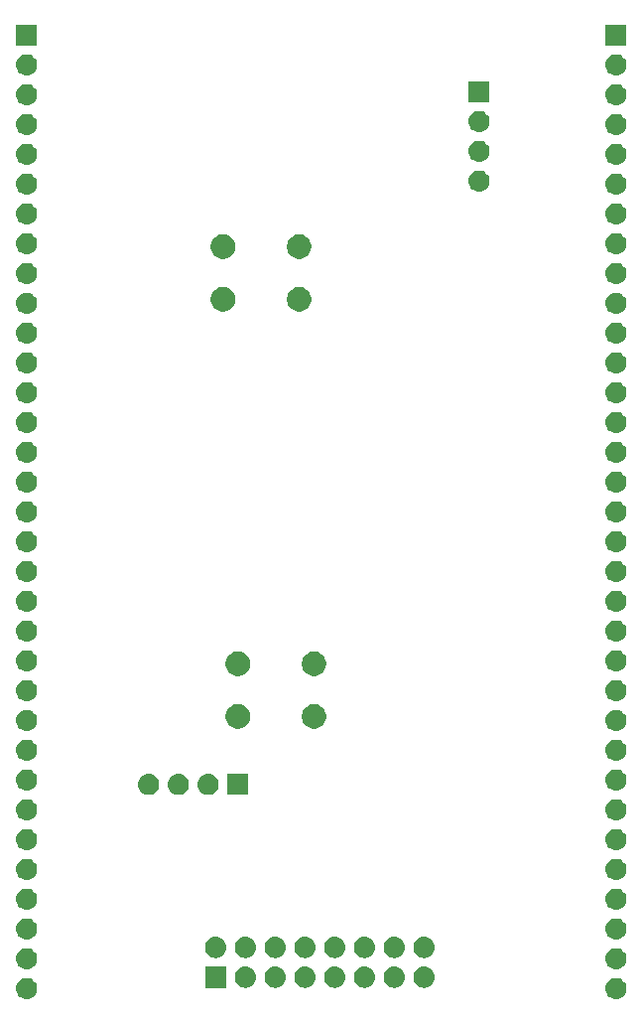
<source format=gbs>
G04 #@! TF.GenerationSoftware,KiCad,Pcbnew,(5.1.0)-1*
G04 #@! TF.CreationDate,2019-03-31T01:00:59-04:00*
G04 #@! TF.ProjectId,MiniProjectBoardProject,4d696e69-5072-46f6-9a65-6374426f6172,rev?*
G04 #@! TF.SameCoordinates,Original*
G04 #@! TF.FileFunction,Soldermask,Bot*
G04 #@! TF.FilePolarity,Negative*
%FSLAX46Y46*%
G04 Gerber Fmt 4.6, Leading zero omitted, Abs format (unit mm)*
G04 Created by KiCad (PCBNEW (5.1.0)-1) date 2019-03-31 01:00:59*
%MOMM*%
%LPD*%
G04 APERTURE LIST*
%ADD10C,0.100000*%
G04 APERTURE END LIST*
D10*
G36*
X137016442Y-139059518D02*
G01*
X137082627Y-139066037D01*
X137252466Y-139117557D01*
X137408991Y-139201222D01*
X137444729Y-139230552D01*
X137546186Y-139313814D01*
X137629448Y-139415271D01*
X137658778Y-139451009D01*
X137742443Y-139607534D01*
X137793963Y-139777373D01*
X137811359Y-139954000D01*
X137793963Y-140130627D01*
X137742443Y-140300466D01*
X137658778Y-140456991D01*
X137629448Y-140492729D01*
X137546186Y-140594186D01*
X137444729Y-140677448D01*
X137408991Y-140706778D01*
X137252466Y-140790443D01*
X137082627Y-140841963D01*
X137016443Y-140848481D01*
X136950260Y-140855000D01*
X136861740Y-140855000D01*
X136795557Y-140848481D01*
X136729373Y-140841963D01*
X136559534Y-140790443D01*
X136403009Y-140706778D01*
X136367271Y-140677448D01*
X136265814Y-140594186D01*
X136182552Y-140492729D01*
X136153222Y-140456991D01*
X136069557Y-140300466D01*
X136018037Y-140130627D01*
X136000641Y-139954000D01*
X136018037Y-139777373D01*
X136069557Y-139607534D01*
X136153222Y-139451009D01*
X136182552Y-139415271D01*
X136265814Y-139313814D01*
X136367271Y-139230552D01*
X136403009Y-139201222D01*
X136559534Y-139117557D01*
X136729373Y-139066037D01*
X136795558Y-139059518D01*
X136861740Y-139053000D01*
X136950260Y-139053000D01*
X137016442Y-139059518D01*
X137016442Y-139059518D01*
G37*
G36*
X86724442Y-139059518D02*
G01*
X86790627Y-139066037D01*
X86960466Y-139117557D01*
X87116991Y-139201222D01*
X87152729Y-139230552D01*
X87254186Y-139313814D01*
X87337448Y-139415271D01*
X87366778Y-139451009D01*
X87450443Y-139607534D01*
X87501963Y-139777373D01*
X87519359Y-139954000D01*
X87501963Y-140130627D01*
X87450443Y-140300466D01*
X87366778Y-140456991D01*
X87337448Y-140492729D01*
X87254186Y-140594186D01*
X87152729Y-140677448D01*
X87116991Y-140706778D01*
X86960466Y-140790443D01*
X86790627Y-140841963D01*
X86724443Y-140848481D01*
X86658260Y-140855000D01*
X86569740Y-140855000D01*
X86503557Y-140848481D01*
X86437373Y-140841963D01*
X86267534Y-140790443D01*
X86111009Y-140706778D01*
X86075271Y-140677448D01*
X85973814Y-140594186D01*
X85890552Y-140492729D01*
X85861222Y-140456991D01*
X85777557Y-140300466D01*
X85726037Y-140130627D01*
X85708641Y-139954000D01*
X85726037Y-139777373D01*
X85777557Y-139607534D01*
X85861222Y-139451009D01*
X85890552Y-139415271D01*
X85973814Y-139313814D01*
X86075271Y-139230552D01*
X86111009Y-139201222D01*
X86267534Y-139117557D01*
X86437373Y-139066037D01*
X86503558Y-139059518D01*
X86569740Y-139053000D01*
X86658260Y-139053000D01*
X86724442Y-139059518D01*
X86724442Y-139059518D01*
G37*
G36*
X120640443Y-138105519D02*
G01*
X120706627Y-138112037D01*
X120876466Y-138163557D01*
X121032991Y-138247222D01*
X121068729Y-138276552D01*
X121170186Y-138359814D01*
X121253448Y-138461271D01*
X121282778Y-138497009D01*
X121366443Y-138653534D01*
X121417963Y-138823373D01*
X121435359Y-139000000D01*
X121417963Y-139176627D01*
X121366443Y-139346466D01*
X121282778Y-139502991D01*
X121253448Y-139538729D01*
X121170186Y-139640186D01*
X121068729Y-139723448D01*
X121032991Y-139752778D01*
X120876466Y-139836443D01*
X120706627Y-139887963D01*
X120640443Y-139894481D01*
X120574260Y-139901000D01*
X120485740Y-139901000D01*
X120419557Y-139894481D01*
X120353373Y-139887963D01*
X120183534Y-139836443D01*
X120027009Y-139752778D01*
X119991271Y-139723448D01*
X119889814Y-139640186D01*
X119806552Y-139538729D01*
X119777222Y-139502991D01*
X119693557Y-139346466D01*
X119642037Y-139176627D01*
X119624641Y-139000000D01*
X119642037Y-138823373D01*
X119693557Y-138653534D01*
X119777222Y-138497009D01*
X119806552Y-138461271D01*
X119889814Y-138359814D01*
X119991271Y-138276552D01*
X120027009Y-138247222D01*
X120183534Y-138163557D01*
X120353373Y-138112037D01*
X120419557Y-138105519D01*
X120485740Y-138099000D01*
X120574260Y-138099000D01*
X120640443Y-138105519D01*
X120640443Y-138105519D01*
G37*
G36*
X113020443Y-138105519D02*
G01*
X113086627Y-138112037D01*
X113256466Y-138163557D01*
X113412991Y-138247222D01*
X113448729Y-138276552D01*
X113550186Y-138359814D01*
X113633448Y-138461271D01*
X113662778Y-138497009D01*
X113746443Y-138653534D01*
X113797963Y-138823373D01*
X113815359Y-139000000D01*
X113797963Y-139176627D01*
X113746443Y-139346466D01*
X113662778Y-139502991D01*
X113633448Y-139538729D01*
X113550186Y-139640186D01*
X113448729Y-139723448D01*
X113412991Y-139752778D01*
X113256466Y-139836443D01*
X113086627Y-139887963D01*
X113020443Y-139894481D01*
X112954260Y-139901000D01*
X112865740Y-139901000D01*
X112799557Y-139894481D01*
X112733373Y-139887963D01*
X112563534Y-139836443D01*
X112407009Y-139752778D01*
X112371271Y-139723448D01*
X112269814Y-139640186D01*
X112186552Y-139538729D01*
X112157222Y-139502991D01*
X112073557Y-139346466D01*
X112022037Y-139176627D01*
X112004641Y-139000000D01*
X112022037Y-138823373D01*
X112073557Y-138653534D01*
X112157222Y-138497009D01*
X112186552Y-138461271D01*
X112269814Y-138359814D01*
X112371271Y-138276552D01*
X112407009Y-138247222D01*
X112563534Y-138163557D01*
X112733373Y-138112037D01*
X112799557Y-138105519D01*
X112865740Y-138099000D01*
X112954260Y-138099000D01*
X113020443Y-138105519D01*
X113020443Y-138105519D01*
G37*
G36*
X103651000Y-139901000D02*
G01*
X101849000Y-139901000D01*
X101849000Y-138099000D01*
X103651000Y-138099000D01*
X103651000Y-139901000D01*
X103651000Y-139901000D01*
G37*
G36*
X105400443Y-138105519D02*
G01*
X105466627Y-138112037D01*
X105636466Y-138163557D01*
X105792991Y-138247222D01*
X105828729Y-138276552D01*
X105930186Y-138359814D01*
X106013448Y-138461271D01*
X106042778Y-138497009D01*
X106126443Y-138653534D01*
X106177963Y-138823373D01*
X106195359Y-139000000D01*
X106177963Y-139176627D01*
X106126443Y-139346466D01*
X106042778Y-139502991D01*
X106013448Y-139538729D01*
X105930186Y-139640186D01*
X105828729Y-139723448D01*
X105792991Y-139752778D01*
X105636466Y-139836443D01*
X105466627Y-139887963D01*
X105400443Y-139894481D01*
X105334260Y-139901000D01*
X105245740Y-139901000D01*
X105179557Y-139894481D01*
X105113373Y-139887963D01*
X104943534Y-139836443D01*
X104787009Y-139752778D01*
X104751271Y-139723448D01*
X104649814Y-139640186D01*
X104566552Y-139538729D01*
X104537222Y-139502991D01*
X104453557Y-139346466D01*
X104402037Y-139176627D01*
X104384641Y-139000000D01*
X104402037Y-138823373D01*
X104453557Y-138653534D01*
X104537222Y-138497009D01*
X104566552Y-138461271D01*
X104649814Y-138359814D01*
X104751271Y-138276552D01*
X104787009Y-138247222D01*
X104943534Y-138163557D01*
X105113373Y-138112037D01*
X105179557Y-138105519D01*
X105245740Y-138099000D01*
X105334260Y-138099000D01*
X105400443Y-138105519D01*
X105400443Y-138105519D01*
G37*
G36*
X107940443Y-138105519D02*
G01*
X108006627Y-138112037D01*
X108176466Y-138163557D01*
X108332991Y-138247222D01*
X108368729Y-138276552D01*
X108470186Y-138359814D01*
X108553448Y-138461271D01*
X108582778Y-138497009D01*
X108666443Y-138653534D01*
X108717963Y-138823373D01*
X108735359Y-139000000D01*
X108717963Y-139176627D01*
X108666443Y-139346466D01*
X108582778Y-139502991D01*
X108553448Y-139538729D01*
X108470186Y-139640186D01*
X108368729Y-139723448D01*
X108332991Y-139752778D01*
X108176466Y-139836443D01*
X108006627Y-139887963D01*
X107940443Y-139894481D01*
X107874260Y-139901000D01*
X107785740Y-139901000D01*
X107719557Y-139894481D01*
X107653373Y-139887963D01*
X107483534Y-139836443D01*
X107327009Y-139752778D01*
X107291271Y-139723448D01*
X107189814Y-139640186D01*
X107106552Y-139538729D01*
X107077222Y-139502991D01*
X106993557Y-139346466D01*
X106942037Y-139176627D01*
X106924641Y-139000000D01*
X106942037Y-138823373D01*
X106993557Y-138653534D01*
X107077222Y-138497009D01*
X107106552Y-138461271D01*
X107189814Y-138359814D01*
X107291271Y-138276552D01*
X107327009Y-138247222D01*
X107483534Y-138163557D01*
X107653373Y-138112037D01*
X107719557Y-138105519D01*
X107785740Y-138099000D01*
X107874260Y-138099000D01*
X107940443Y-138105519D01*
X107940443Y-138105519D01*
G37*
G36*
X115560443Y-138105519D02*
G01*
X115626627Y-138112037D01*
X115796466Y-138163557D01*
X115952991Y-138247222D01*
X115988729Y-138276552D01*
X116090186Y-138359814D01*
X116173448Y-138461271D01*
X116202778Y-138497009D01*
X116286443Y-138653534D01*
X116337963Y-138823373D01*
X116355359Y-139000000D01*
X116337963Y-139176627D01*
X116286443Y-139346466D01*
X116202778Y-139502991D01*
X116173448Y-139538729D01*
X116090186Y-139640186D01*
X115988729Y-139723448D01*
X115952991Y-139752778D01*
X115796466Y-139836443D01*
X115626627Y-139887963D01*
X115560443Y-139894481D01*
X115494260Y-139901000D01*
X115405740Y-139901000D01*
X115339557Y-139894481D01*
X115273373Y-139887963D01*
X115103534Y-139836443D01*
X114947009Y-139752778D01*
X114911271Y-139723448D01*
X114809814Y-139640186D01*
X114726552Y-139538729D01*
X114697222Y-139502991D01*
X114613557Y-139346466D01*
X114562037Y-139176627D01*
X114544641Y-139000000D01*
X114562037Y-138823373D01*
X114613557Y-138653534D01*
X114697222Y-138497009D01*
X114726552Y-138461271D01*
X114809814Y-138359814D01*
X114911271Y-138276552D01*
X114947009Y-138247222D01*
X115103534Y-138163557D01*
X115273373Y-138112037D01*
X115339557Y-138105519D01*
X115405740Y-138099000D01*
X115494260Y-138099000D01*
X115560443Y-138105519D01*
X115560443Y-138105519D01*
G37*
G36*
X118100443Y-138105519D02*
G01*
X118166627Y-138112037D01*
X118336466Y-138163557D01*
X118492991Y-138247222D01*
X118528729Y-138276552D01*
X118630186Y-138359814D01*
X118713448Y-138461271D01*
X118742778Y-138497009D01*
X118826443Y-138653534D01*
X118877963Y-138823373D01*
X118895359Y-139000000D01*
X118877963Y-139176627D01*
X118826443Y-139346466D01*
X118742778Y-139502991D01*
X118713448Y-139538729D01*
X118630186Y-139640186D01*
X118528729Y-139723448D01*
X118492991Y-139752778D01*
X118336466Y-139836443D01*
X118166627Y-139887963D01*
X118100443Y-139894481D01*
X118034260Y-139901000D01*
X117945740Y-139901000D01*
X117879557Y-139894481D01*
X117813373Y-139887963D01*
X117643534Y-139836443D01*
X117487009Y-139752778D01*
X117451271Y-139723448D01*
X117349814Y-139640186D01*
X117266552Y-139538729D01*
X117237222Y-139502991D01*
X117153557Y-139346466D01*
X117102037Y-139176627D01*
X117084641Y-139000000D01*
X117102037Y-138823373D01*
X117153557Y-138653534D01*
X117237222Y-138497009D01*
X117266552Y-138461271D01*
X117349814Y-138359814D01*
X117451271Y-138276552D01*
X117487009Y-138247222D01*
X117643534Y-138163557D01*
X117813373Y-138112037D01*
X117879557Y-138105519D01*
X117945740Y-138099000D01*
X118034260Y-138099000D01*
X118100443Y-138105519D01*
X118100443Y-138105519D01*
G37*
G36*
X110480443Y-138105519D02*
G01*
X110546627Y-138112037D01*
X110716466Y-138163557D01*
X110872991Y-138247222D01*
X110908729Y-138276552D01*
X111010186Y-138359814D01*
X111093448Y-138461271D01*
X111122778Y-138497009D01*
X111206443Y-138653534D01*
X111257963Y-138823373D01*
X111275359Y-139000000D01*
X111257963Y-139176627D01*
X111206443Y-139346466D01*
X111122778Y-139502991D01*
X111093448Y-139538729D01*
X111010186Y-139640186D01*
X110908729Y-139723448D01*
X110872991Y-139752778D01*
X110716466Y-139836443D01*
X110546627Y-139887963D01*
X110480443Y-139894481D01*
X110414260Y-139901000D01*
X110325740Y-139901000D01*
X110259557Y-139894481D01*
X110193373Y-139887963D01*
X110023534Y-139836443D01*
X109867009Y-139752778D01*
X109831271Y-139723448D01*
X109729814Y-139640186D01*
X109646552Y-139538729D01*
X109617222Y-139502991D01*
X109533557Y-139346466D01*
X109482037Y-139176627D01*
X109464641Y-139000000D01*
X109482037Y-138823373D01*
X109533557Y-138653534D01*
X109617222Y-138497009D01*
X109646552Y-138461271D01*
X109729814Y-138359814D01*
X109831271Y-138276552D01*
X109867009Y-138247222D01*
X110023534Y-138163557D01*
X110193373Y-138112037D01*
X110259557Y-138105519D01*
X110325740Y-138099000D01*
X110414260Y-138099000D01*
X110480443Y-138105519D01*
X110480443Y-138105519D01*
G37*
G36*
X86724442Y-136519518D02*
G01*
X86790627Y-136526037D01*
X86960466Y-136577557D01*
X87116991Y-136661222D01*
X87152729Y-136690552D01*
X87254186Y-136773814D01*
X87337448Y-136875271D01*
X87366778Y-136911009D01*
X87450443Y-137067534D01*
X87501963Y-137237373D01*
X87519359Y-137414000D01*
X87501963Y-137590627D01*
X87450443Y-137760466D01*
X87366778Y-137916991D01*
X87337448Y-137952729D01*
X87254186Y-138054186D01*
X87183693Y-138112037D01*
X87116991Y-138166778D01*
X86960466Y-138250443D01*
X86790627Y-138301963D01*
X86724442Y-138308482D01*
X86658260Y-138315000D01*
X86569740Y-138315000D01*
X86503558Y-138308482D01*
X86437373Y-138301963D01*
X86267534Y-138250443D01*
X86111009Y-138166778D01*
X86044307Y-138112037D01*
X85973814Y-138054186D01*
X85890552Y-137952729D01*
X85861222Y-137916991D01*
X85777557Y-137760466D01*
X85726037Y-137590627D01*
X85708641Y-137414000D01*
X85726037Y-137237373D01*
X85777557Y-137067534D01*
X85861222Y-136911009D01*
X85890552Y-136875271D01*
X85973814Y-136773814D01*
X86075271Y-136690552D01*
X86111009Y-136661222D01*
X86267534Y-136577557D01*
X86437373Y-136526037D01*
X86503558Y-136519518D01*
X86569740Y-136513000D01*
X86658260Y-136513000D01*
X86724442Y-136519518D01*
X86724442Y-136519518D01*
G37*
G36*
X137016442Y-136519518D02*
G01*
X137082627Y-136526037D01*
X137252466Y-136577557D01*
X137408991Y-136661222D01*
X137444729Y-136690552D01*
X137546186Y-136773814D01*
X137629448Y-136875271D01*
X137658778Y-136911009D01*
X137742443Y-137067534D01*
X137793963Y-137237373D01*
X137811359Y-137414000D01*
X137793963Y-137590627D01*
X137742443Y-137760466D01*
X137658778Y-137916991D01*
X137629448Y-137952729D01*
X137546186Y-138054186D01*
X137475693Y-138112037D01*
X137408991Y-138166778D01*
X137252466Y-138250443D01*
X137082627Y-138301963D01*
X137016442Y-138308482D01*
X136950260Y-138315000D01*
X136861740Y-138315000D01*
X136795558Y-138308482D01*
X136729373Y-138301963D01*
X136559534Y-138250443D01*
X136403009Y-138166778D01*
X136336307Y-138112037D01*
X136265814Y-138054186D01*
X136182552Y-137952729D01*
X136153222Y-137916991D01*
X136069557Y-137760466D01*
X136018037Y-137590627D01*
X136000641Y-137414000D01*
X136018037Y-137237373D01*
X136069557Y-137067534D01*
X136153222Y-136911009D01*
X136182552Y-136875271D01*
X136265814Y-136773814D01*
X136367271Y-136690552D01*
X136403009Y-136661222D01*
X136559534Y-136577557D01*
X136729373Y-136526037D01*
X136795558Y-136519518D01*
X136861740Y-136513000D01*
X136950260Y-136513000D01*
X137016442Y-136519518D01*
X137016442Y-136519518D01*
G37*
G36*
X110480443Y-135565519D02*
G01*
X110546627Y-135572037D01*
X110716466Y-135623557D01*
X110872991Y-135707222D01*
X110908729Y-135736552D01*
X111010186Y-135819814D01*
X111093448Y-135921271D01*
X111122778Y-135957009D01*
X111206443Y-136113534D01*
X111257963Y-136283373D01*
X111275359Y-136460000D01*
X111257963Y-136636627D01*
X111206443Y-136806466D01*
X111122778Y-136962991D01*
X111093448Y-136998729D01*
X111010186Y-137100186D01*
X110908729Y-137183448D01*
X110872991Y-137212778D01*
X110716466Y-137296443D01*
X110546627Y-137347963D01*
X110480443Y-137354481D01*
X110414260Y-137361000D01*
X110325740Y-137361000D01*
X110259557Y-137354481D01*
X110193373Y-137347963D01*
X110023534Y-137296443D01*
X109867009Y-137212778D01*
X109831271Y-137183448D01*
X109729814Y-137100186D01*
X109646552Y-136998729D01*
X109617222Y-136962991D01*
X109533557Y-136806466D01*
X109482037Y-136636627D01*
X109464641Y-136460000D01*
X109482037Y-136283373D01*
X109533557Y-136113534D01*
X109617222Y-135957009D01*
X109646552Y-135921271D01*
X109729814Y-135819814D01*
X109831271Y-135736552D01*
X109867009Y-135707222D01*
X110023534Y-135623557D01*
X110193373Y-135572037D01*
X110259557Y-135565519D01*
X110325740Y-135559000D01*
X110414260Y-135559000D01*
X110480443Y-135565519D01*
X110480443Y-135565519D01*
G37*
G36*
X102860443Y-135565519D02*
G01*
X102926627Y-135572037D01*
X103096466Y-135623557D01*
X103252991Y-135707222D01*
X103288729Y-135736552D01*
X103390186Y-135819814D01*
X103473448Y-135921271D01*
X103502778Y-135957009D01*
X103586443Y-136113534D01*
X103637963Y-136283373D01*
X103655359Y-136460000D01*
X103637963Y-136636627D01*
X103586443Y-136806466D01*
X103502778Y-136962991D01*
X103473448Y-136998729D01*
X103390186Y-137100186D01*
X103288729Y-137183448D01*
X103252991Y-137212778D01*
X103096466Y-137296443D01*
X102926627Y-137347963D01*
X102860443Y-137354481D01*
X102794260Y-137361000D01*
X102705740Y-137361000D01*
X102639557Y-137354481D01*
X102573373Y-137347963D01*
X102403534Y-137296443D01*
X102247009Y-137212778D01*
X102211271Y-137183448D01*
X102109814Y-137100186D01*
X102026552Y-136998729D01*
X101997222Y-136962991D01*
X101913557Y-136806466D01*
X101862037Y-136636627D01*
X101844641Y-136460000D01*
X101862037Y-136283373D01*
X101913557Y-136113534D01*
X101997222Y-135957009D01*
X102026552Y-135921271D01*
X102109814Y-135819814D01*
X102211271Y-135736552D01*
X102247009Y-135707222D01*
X102403534Y-135623557D01*
X102573373Y-135572037D01*
X102639557Y-135565519D01*
X102705740Y-135559000D01*
X102794260Y-135559000D01*
X102860443Y-135565519D01*
X102860443Y-135565519D01*
G37*
G36*
X105400443Y-135565519D02*
G01*
X105466627Y-135572037D01*
X105636466Y-135623557D01*
X105792991Y-135707222D01*
X105828729Y-135736552D01*
X105930186Y-135819814D01*
X106013448Y-135921271D01*
X106042778Y-135957009D01*
X106126443Y-136113534D01*
X106177963Y-136283373D01*
X106195359Y-136460000D01*
X106177963Y-136636627D01*
X106126443Y-136806466D01*
X106042778Y-136962991D01*
X106013448Y-136998729D01*
X105930186Y-137100186D01*
X105828729Y-137183448D01*
X105792991Y-137212778D01*
X105636466Y-137296443D01*
X105466627Y-137347963D01*
X105400443Y-137354481D01*
X105334260Y-137361000D01*
X105245740Y-137361000D01*
X105179557Y-137354481D01*
X105113373Y-137347963D01*
X104943534Y-137296443D01*
X104787009Y-137212778D01*
X104751271Y-137183448D01*
X104649814Y-137100186D01*
X104566552Y-136998729D01*
X104537222Y-136962991D01*
X104453557Y-136806466D01*
X104402037Y-136636627D01*
X104384641Y-136460000D01*
X104402037Y-136283373D01*
X104453557Y-136113534D01*
X104537222Y-135957009D01*
X104566552Y-135921271D01*
X104649814Y-135819814D01*
X104751271Y-135736552D01*
X104787009Y-135707222D01*
X104943534Y-135623557D01*
X105113373Y-135572037D01*
X105179557Y-135565519D01*
X105245740Y-135559000D01*
X105334260Y-135559000D01*
X105400443Y-135565519D01*
X105400443Y-135565519D01*
G37*
G36*
X107940443Y-135565519D02*
G01*
X108006627Y-135572037D01*
X108176466Y-135623557D01*
X108332991Y-135707222D01*
X108368729Y-135736552D01*
X108470186Y-135819814D01*
X108553448Y-135921271D01*
X108582778Y-135957009D01*
X108666443Y-136113534D01*
X108717963Y-136283373D01*
X108735359Y-136460000D01*
X108717963Y-136636627D01*
X108666443Y-136806466D01*
X108582778Y-136962991D01*
X108553448Y-136998729D01*
X108470186Y-137100186D01*
X108368729Y-137183448D01*
X108332991Y-137212778D01*
X108176466Y-137296443D01*
X108006627Y-137347963D01*
X107940443Y-137354481D01*
X107874260Y-137361000D01*
X107785740Y-137361000D01*
X107719557Y-137354481D01*
X107653373Y-137347963D01*
X107483534Y-137296443D01*
X107327009Y-137212778D01*
X107291271Y-137183448D01*
X107189814Y-137100186D01*
X107106552Y-136998729D01*
X107077222Y-136962991D01*
X106993557Y-136806466D01*
X106942037Y-136636627D01*
X106924641Y-136460000D01*
X106942037Y-136283373D01*
X106993557Y-136113534D01*
X107077222Y-135957009D01*
X107106552Y-135921271D01*
X107189814Y-135819814D01*
X107291271Y-135736552D01*
X107327009Y-135707222D01*
X107483534Y-135623557D01*
X107653373Y-135572037D01*
X107719557Y-135565519D01*
X107785740Y-135559000D01*
X107874260Y-135559000D01*
X107940443Y-135565519D01*
X107940443Y-135565519D01*
G37*
G36*
X113020443Y-135565519D02*
G01*
X113086627Y-135572037D01*
X113256466Y-135623557D01*
X113412991Y-135707222D01*
X113448729Y-135736552D01*
X113550186Y-135819814D01*
X113633448Y-135921271D01*
X113662778Y-135957009D01*
X113746443Y-136113534D01*
X113797963Y-136283373D01*
X113815359Y-136460000D01*
X113797963Y-136636627D01*
X113746443Y-136806466D01*
X113662778Y-136962991D01*
X113633448Y-136998729D01*
X113550186Y-137100186D01*
X113448729Y-137183448D01*
X113412991Y-137212778D01*
X113256466Y-137296443D01*
X113086627Y-137347963D01*
X113020443Y-137354481D01*
X112954260Y-137361000D01*
X112865740Y-137361000D01*
X112799557Y-137354481D01*
X112733373Y-137347963D01*
X112563534Y-137296443D01*
X112407009Y-137212778D01*
X112371271Y-137183448D01*
X112269814Y-137100186D01*
X112186552Y-136998729D01*
X112157222Y-136962991D01*
X112073557Y-136806466D01*
X112022037Y-136636627D01*
X112004641Y-136460000D01*
X112022037Y-136283373D01*
X112073557Y-136113534D01*
X112157222Y-135957009D01*
X112186552Y-135921271D01*
X112269814Y-135819814D01*
X112371271Y-135736552D01*
X112407009Y-135707222D01*
X112563534Y-135623557D01*
X112733373Y-135572037D01*
X112799557Y-135565519D01*
X112865740Y-135559000D01*
X112954260Y-135559000D01*
X113020443Y-135565519D01*
X113020443Y-135565519D01*
G37*
G36*
X115560443Y-135565519D02*
G01*
X115626627Y-135572037D01*
X115796466Y-135623557D01*
X115952991Y-135707222D01*
X115988729Y-135736552D01*
X116090186Y-135819814D01*
X116173448Y-135921271D01*
X116202778Y-135957009D01*
X116286443Y-136113534D01*
X116337963Y-136283373D01*
X116355359Y-136460000D01*
X116337963Y-136636627D01*
X116286443Y-136806466D01*
X116202778Y-136962991D01*
X116173448Y-136998729D01*
X116090186Y-137100186D01*
X115988729Y-137183448D01*
X115952991Y-137212778D01*
X115796466Y-137296443D01*
X115626627Y-137347963D01*
X115560443Y-137354481D01*
X115494260Y-137361000D01*
X115405740Y-137361000D01*
X115339557Y-137354481D01*
X115273373Y-137347963D01*
X115103534Y-137296443D01*
X114947009Y-137212778D01*
X114911271Y-137183448D01*
X114809814Y-137100186D01*
X114726552Y-136998729D01*
X114697222Y-136962991D01*
X114613557Y-136806466D01*
X114562037Y-136636627D01*
X114544641Y-136460000D01*
X114562037Y-136283373D01*
X114613557Y-136113534D01*
X114697222Y-135957009D01*
X114726552Y-135921271D01*
X114809814Y-135819814D01*
X114911271Y-135736552D01*
X114947009Y-135707222D01*
X115103534Y-135623557D01*
X115273373Y-135572037D01*
X115339557Y-135565519D01*
X115405740Y-135559000D01*
X115494260Y-135559000D01*
X115560443Y-135565519D01*
X115560443Y-135565519D01*
G37*
G36*
X118100443Y-135565519D02*
G01*
X118166627Y-135572037D01*
X118336466Y-135623557D01*
X118492991Y-135707222D01*
X118528729Y-135736552D01*
X118630186Y-135819814D01*
X118713448Y-135921271D01*
X118742778Y-135957009D01*
X118826443Y-136113534D01*
X118877963Y-136283373D01*
X118895359Y-136460000D01*
X118877963Y-136636627D01*
X118826443Y-136806466D01*
X118742778Y-136962991D01*
X118713448Y-136998729D01*
X118630186Y-137100186D01*
X118528729Y-137183448D01*
X118492991Y-137212778D01*
X118336466Y-137296443D01*
X118166627Y-137347963D01*
X118100443Y-137354481D01*
X118034260Y-137361000D01*
X117945740Y-137361000D01*
X117879557Y-137354481D01*
X117813373Y-137347963D01*
X117643534Y-137296443D01*
X117487009Y-137212778D01*
X117451271Y-137183448D01*
X117349814Y-137100186D01*
X117266552Y-136998729D01*
X117237222Y-136962991D01*
X117153557Y-136806466D01*
X117102037Y-136636627D01*
X117084641Y-136460000D01*
X117102037Y-136283373D01*
X117153557Y-136113534D01*
X117237222Y-135957009D01*
X117266552Y-135921271D01*
X117349814Y-135819814D01*
X117451271Y-135736552D01*
X117487009Y-135707222D01*
X117643534Y-135623557D01*
X117813373Y-135572037D01*
X117879557Y-135565519D01*
X117945740Y-135559000D01*
X118034260Y-135559000D01*
X118100443Y-135565519D01*
X118100443Y-135565519D01*
G37*
G36*
X120640443Y-135565519D02*
G01*
X120706627Y-135572037D01*
X120876466Y-135623557D01*
X121032991Y-135707222D01*
X121068729Y-135736552D01*
X121170186Y-135819814D01*
X121253448Y-135921271D01*
X121282778Y-135957009D01*
X121366443Y-136113534D01*
X121417963Y-136283373D01*
X121435359Y-136460000D01*
X121417963Y-136636627D01*
X121366443Y-136806466D01*
X121282778Y-136962991D01*
X121253448Y-136998729D01*
X121170186Y-137100186D01*
X121068729Y-137183448D01*
X121032991Y-137212778D01*
X120876466Y-137296443D01*
X120706627Y-137347963D01*
X120640443Y-137354481D01*
X120574260Y-137361000D01*
X120485740Y-137361000D01*
X120419557Y-137354481D01*
X120353373Y-137347963D01*
X120183534Y-137296443D01*
X120027009Y-137212778D01*
X119991271Y-137183448D01*
X119889814Y-137100186D01*
X119806552Y-136998729D01*
X119777222Y-136962991D01*
X119693557Y-136806466D01*
X119642037Y-136636627D01*
X119624641Y-136460000D01*
X119642037Y-136283373D01*
X119693557Y-136113534D01*
X119777222Y-135957009D01*
X119806552Y-135921271D01*
X119889814Y-135819814D01*
X119991271Y-135736552D01*
X120027009Y-135707222D01*
X120183534Y-135623557D01*
X120353373Y-135572037D01*
X120419557Y-135565519D01*
X120485740Y-135559000D01*
X120574260Y-135559000D01*
X120640443Y-135565519D01*
X120640443Y-135565519D01*
G37*
G36*
X86724443Y-133979519D02*
G01*
X86790627Y-133986037D01*
X86960466Y-134037557D01*
X87116991Y-134121222D01*
X87152729Y-134150552D01*
X87254186Y-134233814D01*
X87337448Y-134335271D01*
X87366778Y-134371009D01*
X87450443Y-134527534D01*
X87501963Y-134697373D01*
X87519359Y-134874000D01*
X87501963Y-135050627D01*
X87450443Y-135220466D01*
X87366778Y-135376991D01*
X87337448Y-135412729D01*
X87254186Y-135514186D01*
X87183693Y-135572037D01*
X87116991Y-135626778D01*
X86960466Y-135710443D01*
X86790627Y-135761963D01*
X86724442Y-135768482D01*
X86658260Y-135775000D01*
X86569740Y-135775000D01*
X86503558Y-135768482D01*
X86437373Y-135761963D01*
X86267534Y-135710443D01*
X86111009Y-135626778D01*
X86044307Y-135572037D01*
X85973814Y-135514186D01*
X85890552Y-135412729D01*
X85861222Y-135376991D01*
X85777557Y-135220466D01*
X85726037Y-135050627D01*
X85708641Y-134874000D01*
X85726037Y-134697373D01*
X85777557Y-134527534D01*
X85861222Y-134371009D01*
X85890552Y-134335271D01*
X85973814Y-134233814D01*
X86075271Y-134150552D01*
X86111009Y-134121222D01*
X86267534Y-134037557D01*
X86437373Y-133986037D01*
X86503557Y-133979519D01*
X86569740Y-133973000D01*
X86658260Y-133973000D01*
X86724443Y-133979519D01*
X86724443Y-133979519D01*
G37*
G36*
X137016443Y-133979519D02*
G01*
X137082627Y-133986037D01*
X137252466Y-134037557D01*
X137408991Y-134121222D01*
X137444729Y-134150552D01*
X137546186Y-134233814D01*
X137629448Y-134335271D01*
X137658778Y-134371009D01*
X137742443Y-134527534D01*
X137793963Y-134697373D01*
X137811359Y-134874000D01*
X137793963Y-135050627D01*
X137742443Y-135220466D01*
X137658778Y-135376991D01*
X137629448Y-135412729D01*
X137546186Y-135514186D01*
X137475693Y-135572037D01*
X137408991Y-135626778D01*
X137252466Y-135710443D01*
X137082627Y-135761963D01*
X137016442Y-135768482D01*
X136950260Y-135775000D01*
X136861740Y-135775000D01*
X136795558Y-135768482D01*
X136729373Y-135761963D01*
X136559534Y-135710443D01*
X136403009Y-135626778D01*
X136336307Y-135572037D01*
X136265814Y-135514186D01*
X136182552Y-135412729D01*
X136153222Y-135376991D01*
X136069557Y-135220466D01*
X136018037Y-135050627D01*
X136000641Y-134874000D01*
X136018037Y-134697373D01*
X136069557Y-134527534D01*
X136153222Y-134371009D01*
X136182552Y-134335271D01*
X136265814Y-134233814D01*
X136367271Y-134150552D01*
X136403009Y-134121222D01*
X136559534Y-134037557D01*
X136729373Y-133986037D01*
X136795557Y-133979519D01*
X136861740Y-133973000D01*
X136950260Y-133973000D01*
X137016443Y-133979519D01*
X137016443Y-133979519D01*
G37*
G36*
X86724443Y-131439519D02*
G01*
X86790627Y-131446037D01*
X86960466Y-131497557D01*
X87116991Y-131581222D01*
X87152729Y-131610552D01*
X87254186Y-131693814D01*
X87337448Y-131795271D01*
X87366778Y-131831009D01*
X87450443Y-131987534D01*
X87501963Y-132157373D01*
X87519359Y-132334000D01*
X87501963Y-132510627D01*
X87450443Y-132680466D01*
X87366778Y-132836991D01*
X87337448Y-132872729D01*
X87254186Y-132974186D01*
X87152729Y-133057448D01*
X87116991Y-133086778D01*
X86960466Y-133170443D01*
X86790627Y-133221963D01*
X86724443Y-133228481D01*
X86658260Y-133235000D01*
X86569740Y-133235000D01*
X86503557Y-133228481D01*
X86437373Y-133221963D01*
X86267534Y-133170443D01*
X86111009Y-133086778D01*
X86075271Y-133057448D01*
X85973814Y-132974186D01*
X85890552Y-132872729D01*
X85861222Y-132836991D01*
X85777557Y-132680466D01*
X85726037Y-132510627D01*
X85708641Y-132334000D01*
X85726037Y-132157373D01*
X85777557Y-131987534D01*
X85861222Y-131831009D01*
X85890552Y-131795271D01*
X85973814Y-131693814D01*
X86075271Y-131610552D01*
X86111009Y-131581222D01*
X86267534Y-131497557D01*
X86437373Y-131446037D01*
X86503557Y-131439519D01*
X86569740Y-131433000D01*
X86658260Y-131433000D01*
X86724443Y-131439519D01*
X86724443Y-131439519D01*
G37*
G36*
X137016443Y-131439519D02*
G01*
X137082627Y-131446037D01*
X137252466Y-131497557D01*
X137408991Y-131581222D01*
X137444729Y-131610552D01*
X137546186Y-131693814D01*
X137629448Y-131795271D01*
X137658778Y-131831009D01*
X137742443Y-131987534D01*
X137793963Y-132157373D01*
X137811359Y-132334000D01*
X137793963Y-132510627D01*
X137742443Y-132680466D01*
X137658778Y-132836991D01*
X137629448Y-132872729D01*
X137546186Y-132974186D01*
X137444729Y-133057448D01*
X137408991Y-133086778D01*
X137252466Y-133170443D01*
X137082627Y-133221963D01*
X137016443Y-133228481D01*
X136950260Y-133235000D01*
X136861740Y-133235000D01*
X136795557Y-133228481D01*
X136729373Y-133221963D01*
X136559534Y-133170443D01*
X136403009Y-133086778D01*
X136367271Y-133057448D01*
X136265814Y-132974186D01*
X136182552Y-132872729D01*
X136153222Y-132836991D01*
X136069557Y-132680466D01*
X136018037Y-132510627D01*
X136000641Y-132334000D01*
X136018037Y-132157373D01*
X136069557Y-131987534D01*
X136153222Y-131831009D01*
X136182552Y-131795271D01*
X136265814Y-131693814D01*
X136367271Y-131610552D01*
X136403009Y-131581222D01*
X136559534Y-131497557D01*
X136729373Y-131446037D01*
X136795557Y-131439519D01*
X136861740Y-131433000D01*
X136950260Y-131433000D01*
X137016443Y-131439519D01*
X137016443Y-131439519D01*
G37*
G36*
X137016442Y-128899518D02*
G01*
X137082627Y-128906037D01*
X137252466Y-128957557D01*
X137408991Y-129041222D01*
X137444729Y-129070552D01*
X137546186Y-129153814D01*
X137629448Y-129255271D01*
X137658778Y-129291009D01*
X137742443Y-129447534D01*
X137793963Y-129617373D01*
X137811359Y-129794000D01*
X137793963Y-129970627D01*
X137742443Y-130140466D01*
X137658778Y-130296991D01*
X137629448Y-130332729D01*
X137546186Y-130434186D01*
X137444729Y-130517448D01*
X137408991Y-130546778D01*
X137252466Y-130630443D01*
X137082627Y-130681963D01*
X137016443Y-130688481D01*
X136950260Y-130695000D01*
X136861740Y-130695000D01*
X136795557Y-130688481D01*
X136729373Y-130681963D01*
X136559534Y-130630443D01*
X136403009Y-130546778D01*
X136367271Y-130517448D01*
X136265814Y-130434186D01*
X136182552Y-130332729D01*
X136153222Y-130296991D01*
X136069557Y-130140466D01*
X136018037Y-129970627D01*
X136000641Y-129794000D01*
X136018037Y-129617373D01*
X136069557Y-129447534D01*
X136153222Y-129291009D01*
X136182552Y-129255271D01*
X136265814Y-129153814D01*
X136367271Y-129070552D01*
X136403009Y-129041222D01*
X136559534Y-128957557D01*
X136729373Y-128906037D01*
X136795558Y-128899518D01*
X136861740Y-128893000D01*
X136950260Y-128893000D01*
X137016442Y-128899518D01*
X137016442Y-128899518D01*
G37*
G36*
X86724442Y-128899518D02*
G01*
X86790627Y-128906037D01*
X86960466Y-128957557D01*
X87116991Y-129041222D01*
X87152729Y-129070552D01*
X87254186Y-129153814D01*
X87337448Y-129255271D01*
X87366778Y-129291009D01*
X87450443Y-129447534D01*
X87501963Y-129617373D01*
X87519359Y-129794000D01*
X87501963Y-129970627D01*
X87450443Y-130140466D01*
X87366778Y-130296991D01*
X87337448Y-130332729D01*
X87254186Y-130434186D01*
X87152729Y-130517448D01*
X87116991Y-130546778D01*
X86960466Y-130630443D01*
X86790627Y-130681963D01*
X86724443Y-130688481D01*
X86658260Y-130695000D01*
X86569740Y-130695000D01*
X86503557Y-130688481D01*
X86437373Y-130681963D01*
X86267534Y-130630443D01*
X86111009Y-130546778D01*
X86075271Y-130517448D01*
X85973814Y-130434186D01*
X85890552Y-130332729D01*
X85861222Y-130296991D01*
X85777557Y-130140466D01*
X85726037Y-129970627D01*
X85708641Y-129794000D01*
X85726037Y-129617373D01*
X85777557Y-129447534D01*
X85861222Y-129291009D01*
X85890552Y-129255271D01*
X85973814Y-129153814D01*
X86075271Y-129070552D01*
X86111009Y-129041222D01*
X86267534Y-128957557D01*
X86437373Y-128906037D01*
X86503558Y-128899518D01*
X86569740Y-128893000D01*
X86658260Y-128893000D01*
X86724442Y-128899518D01*
X86724442Y-128899518D01*
G37*
G36*
X86724443Y-126359519D02*
G01*
X86790627Y-126366037D01*
X86960466Y-126417557D01*
X87116991Y-126501222D01*
X87152729Y-126530552D01*
X87254186Y-126613814D01*
X87337448Y-126715271D01*
X87366778Y-126751009D01*
X87450443Y-126907534D01*
X87501963Y-127077373D01*
X87519359Y-127254000D01*
X87501963Y-127430627D01*
X87450443Y-127600466D01*
X87366778Y-127756991D01*
X87337448Y-127792729D01*
X87254186Y-127894186D01*
X87152729Y-127977448D01*
X87116991Y-128006778D01*
X86960466Y-128090443D01*
X86790627Y-128141963D01*
X86724443Y-128148481D01*
X86658260Y-128155000D01*
X86569740Y-128155000D01*
X86503557Y-128148481D01*
X86437373Y-128141963D01*
X86267534Y-128090443D01*
X86111009Y-128006778D01*
X86075271Y-127977448D01*
X85973814Y-127894186D01*
X85890552Y-127792729D01*
X85861222Y-127756991D01*
X85777557Y-127600466D01*
X85726037Y-127430627D01*
X85708641Y-127254000D01*
X85726037Y-127077373D01*
X85777557Y-126907534D01*
X85861222Y-126751009D01*
X85890552Y-126715271D01*
X85973814Y-126613814D01*
X86075271Y-126530552D01*
X86111009Y-126501222D01*
X86267534Y-126417557D01*
X86437373Y-126366037D01*
X86503557Y-126359519D01*
X86569740Y-126353000D01*
X86658260Y-126353000D01*
X86724443Y-126359519D01*
X86724443Y-126359519D01*
G37*
G36*
X137016443Y-126359519D02*
G01*
X137082627Y-126366037D01*
X137252466Y-126417557D01*
X137408991Y-126501222D01*
X137444729Y-126530552D01*
X137546186Y-126613814D01*
X137629448Y-126715271D01*
X137658778Y-126751009D01*
X137742443Y-126907534D01*
X137793963Y-127077373D01*
X137811359Y-127254000D01*
X137793963Y-127430627D01*
X137742443Y-127600466D01*
X137658778Y-127756991D01*
X137629448Y-127792729D01*
X137546186Y-127894186D01*
X137444729Y-127977448D01*
X137408991Y-128006778D01*
X137252466Y-128090443D01*
X137082627Y-128141963D01*
X137016443Y-128148481D01*
X136950260Y-128155000D01*
X136861740Y-128155000D01*
X136795557Y-128148481D01*
X136729373Y-128141963D01*
X136559534Y-128090443D01*
X136403009Y-128006778D01*
X136367271Y-127977448D01*
X136265814Y-127894186D01*
X136182552Y-127792729D01*
X136153222Y-127756991D01*
X136069557Y-127600466D01*
X136018037Y-127430627D01*
X136000641Y-127254000D01*
X136018037Y-127077373D01*
X136069557Y-126907534D01*
X136153222Y-126751009D01*
X136182552Y-126715271D01*
X136265814Y-126613814D01*
X136367271Y-126530552D01*
X136403009Y-126501222D01*
X136559534Y-126417557D01*
X136729373Y-126366037D01*
X136795557Y-126359519D01*
X136861740Y-126353000D01*
X136950260Y-126353000D01*
X137016443Y-126359519D01*
X137016443Y-126359519D01*
G37*
G36*
X137016443Y-123819519D02*
G01*
X137082627Y-123826037D01*
X137252466Y-123877557D01*
X137408991Y-123961222D01*
X137444729Y-123990552D01*
X137546186Y-124073814D01*
X137629448Y-124175271D01*
X137658778Y-124211009D01*
X137742443Y-124367534D01*
X137793963Y-124537373D01*
X137811359Y-124714000D01*
X137793963Y-124890627D01*
X137742443Y-125060466D01*
X137658778Y-125216991D01*
X137629448Y-125252729D01*
X137546186Y-125354186D01*
X137444729Y-125437448D01*
X137408991Y-125466778D01*
X137252466Y-125550443D01*
X137082627Y-125601963D01*
X137016442Y-125608482D01*
X136950260Y-125615000D01*
X136861740Y-125615000D01*
X136795558Y-125608482D01*
X136729373Y-125601963D01*
X136559534Y-125550443D01*
X136403009Y-125466778D01*
X136367271Y-125437448D01*
X136265814Y-125354186D01*
X136182552Y-125252729D01*
X136153222Y-125216991D01*
X136069557Y-125060466D01*
X136018037Y-124890627D01*
X136000641Y-124714000D01*
X136018037Y-124537373D01*
X136069557Y-124367534D01*
X136153222Y-124211009D01*
X136182552Y-124175271D01*
X136265814Y-124073814D01*
X136367271Y-123990552D01*
X136403009Y-123961222D01*
X136559534Y-123877557D01*
X136729373Y-123826037D01*
X136795557Y-123819519D01*
X136861740Y-123813000D01*
X136950260Y-123813000D01*
X137016443Y-123819519D01*
X137016443Y-123819519D01*
G37*
G36*
X86724443Y-123819519D02*
G01*
X86790627Y-123826037D01*
X86960466Y-123877557D01*
X87116991Y-123961222D01*
X87152729Y-123990552D01*
X87254186Y-124073814D01*
X87337448Y-124175271D01*
X87366778Y-124211009D01*
X87450443Y-124367534D01*
X87501963Y-124537373D01*
X87519359Y-124714000D01*
X87501963Y-124890627D01*
X87450443Y-125060466D01*
X87366778Y-125216991D01*
X87337448Y-125252729D01*
X87254186Y-125354186D01*
X87152729Y-125437448D01*
X87116991Y-125466778D01*
X86960466Y-125550443D01*
X86790627Y-125601963D01*
X86724442Y-125608482D01*
X86658260Y-125615000D01*
X86569740Y-125615000D01*
X86503558Y-125608482D01*
X86437373Y-125601963D01*
X86267534Y-125550443D01*
X86111009Y-125466778D01*
X86075271Y-125437448D01*
X85973814Y-125354186D01*
X85890552Y-125252729D01*
X85861222Y-125216991D01*
X85777557Y-125060466D01*
X85726037Y-124890627D01*
X85708641Y-124714000D01*
X85726037Y-124537373D01*
X85777557Y-124367534D01*
X85861222Y-124211009D01*
X85890552Y-124175271D01*
X85973814Y-124073814D01*
X86075271Y-123990552D01*
X86111009Y-123961222D01*
X86267534Y-123877557D01*
X86437373Y-123826037D01*
X86503557Y-123819519D01*
X86569740Y-123813000D01*
X86658260Y-123813000D01*
X86724443Y-123819519D01*
X86724443Y-123819519D01*
G37*
G36*
X105549000Y-123456000D02*
G01*
X103747000Y-123456000D01*
X103747000Y-121654000D01*
X105549000Y-121654000D01*
X105549000Y-123456000D01*
X105549000Y-123456000D01*
G37*
G36*
X97138442Y-121660518D02*
G01*
X97204627Y-121667037D01*
X97374466Y-121718557D01*
X97530991Y-121802222D01*
X97566729Y-121831552D01*
X97668186Y-121914814D01*
X97735939Y-121997373D01*
X97780778Y-122052009D01*
X97864443Y-122208534D01*
X97915963Y-122378373D01*
X97933359Y-122555000D01*
X97915963Y-122731627D01*
X97864443Y-122901466D01*
X97780778Y-123057991D01*
X97777518Y-123061963D01*
X97668186Y-123195186D01*
X97566729Y-123278448D01*
X97530991Y-123307778D01*
X97374466Y-123391443D01*
X97204627Y-123442963D01*
X97138442Y-123449482D01*
X97072260Y-123456000D01*
X96983740Y-123456000D01*
X96917558Y-123449482D01*
X96851373Y-123442963D01*
X96681534Y-123391443D01*
X96525009Y-123307778D01*
X96489271Y-123278448D01*
X96387814Y-123195186D01*
X96278482Y-123061963D01*
X96275222Y-123057991D01*
X96191557Y-122901466D01*
X96140037Y-122731627D01*
X96122641Y-122555000D01*
X96140037Y-122378373D01*
X96191557Y-122208534D01*
X96275222Y-122052009D01*
X96320061Y-121997373D01*
X96387814Y-121914814D01*
X96489271Y-121831552D01*
X96525009Y-121802222D01*
X96681534Y-121718557D01*
X96851373Y-121667037D01*
X96917558Y-121660518D01*
X96983740Y-121654000D01*
X97072260Y-121654000D01*
X97138442Y-121660518D01*
X97138442Y-121660518D01*
G37*
G36*
X102218442Y-121660518D02*
G01*
X102284627Y-121667037D01*
X102454466Y-121718557D01*
X102610991Y-121802222D01*
X102646729Y-121831552D01*
X102748186Y-121914814D01*
X102815939Y-121997373D01*
X102860778Y-122052009D01*
X102944443Y-122208534D01*
X102995963Y-122378373D01*
X103013359Y-122555000D01*
X102995963Y-122731627D01*
X102944443Y-122901466D01*
X102860778Y-123057991D01*
X102857518Y-123061963D01*
X102748186Y-123195186D01*
X102646729Y-123278448D01*
X102610991Y-123307778D01*
X102454466Y-123391443D01*
X102284627Y-123442963D01*
X102218442Y-123449482D01*
X102152260Y-123456000D01*
X102063740Y-123456000D01*
X101997558Y-123449482D01*
X101931373Y-123442963D01*
X101761534Y-123391443D01*
X101605009Y-123307778D01*
X101569271Y-123278448D01*
X101467814Y-123195186D01*
X101358482Y-123061963D01*
X101355222Y-123057991D01*
X101271557Y-122901466D01*
X101220037Y-122731627D01*
X101202641Y-122555000D01*
X101220037Y-122378373D01*
X101271557Y-122208534D01*
X101355222Y-122052009D01*
X101400061Y-121997373D01*
X101467814Y-121914814D01*
X101569271Y-121831552D01*
X101605009Y-121802222D01*
X101761534Y-121718557D01*
X101931373Y-121667037D01*
X101997558Y-121660518D01*
X102063740Y-121654000D01*
X102152260Y-121654000D01*
X102218442Y-121660518D01*
X102218442Y-121660518D01*
G37*
G36*
X99678442Y-121660518D02*
G01*
X99744627Y-121667037D01*
X99914466Y-121718557D01*
X100070991Y-121802222D01*
X100106729Y-121831552D01*
X100208186Y-121914814D01*
X100275939Y-121997373D01*
X100320778Y-122052009D01*
X100404443Y-122208534D01*
X100455963Y-122378373D01*
X100473359Y-122555000D01*
X100455963Y-122731627D01*
X100404443Y-122901466D01*
X100320778Y-123057991D01*
X100317518Y-123061963D01*
X100208186Y-123195186D01*
X100106729Y-123278448D01*
X100070991Y-123307778D01*
X99914466Y-123391443D01*
X99744627Y-123442963D01*
X99678442Y-123449482D01*
X99612260Y-123456000D01*
X99523740Y-123456000D01*
X99457558Y-123449482D01*
X99391373Y-123442963D01*
X99221534Y-123391443D01*
X99065009Y-123307778D01*
X99029271Y-123278448D01*
X98927814Y-123195186D01*
X98818482Y-123061963D01*
X98815222Y-123057991D01*
X98731557Y-122901466D01*
X98680037Y-122731627D01*
X98662641Y-122555000D01*
X98680037Y-122378373D01*
X98731557Y-122208534D01*
X98815222Y-122052009D01*
X98860061Y-121997373D01*
X98927814Y-121914814D01*
X99029271Y-121831552D01*
X99065009Y-121802222D01*
X99221534Y-121718557D01*
X99391373Y-121667037D01*
X99457558Y-121660518D01*
X99523740Y-121654000D01*
X99612260Y-121654000D01*
X99678442Y-121660518D01*
X99678442Y-121660518D01*
G37*
G36*
X86724442Y-121279518D02*
G01*
X86790627Y-121286037D01*
X86960466Y-121337557D01*
X87116991Y-121421222D01*
X87152729Y-121450552D01*
X87254186Y-121533814D01*
X87337448Y-121635271D01*
X87366778Y-121671009D01*
X87450443Y-121827534D01*
X87501963Y-121997373D01*
X87519359Y-122174000D01*
X87501963Y-122350627D01*
X87450443Y-122520466D01*
X87366778Y-122676991D01*
X87337448Y-122712729D01*
X87254186Y-122814186D01*
X87152729Y-122897448D01*
X87116991Y-122926778D01*
X86960466Y-123010443D01*
X86790627Y-123061963D01*
X86724442Y-123068482D01*
X86658260Y-123075000D01*
X86569740Y-123075000D01*
X86503558Y-123068482D01*
X86437373Y-123061963D01*
X86267534Y-123010443D01*
X86111009Y-122926778D01*
X86075271Y-122897448D01*
X85973814Y-122814186D01*
X85890552Y-122712729D01*
X85861222Y-122676991D01*
X85777557Y-122520466D01*
X85726037Y-122350627D01*
X85708641Y-122174000D01*
X85726037Y-121997373D01*
X85777557Y-121827534D01*
X85861222Y-121671009D01*
X85890552Y-121635271D01*
X85973814Y-121533814D01*
X86075271Y-121450552D01*
X86111009Y-121421222D01*
X86267534Y-121337557D01*
X86437373Y-121286037D01*
X86503558Y-121279518D01*
X86569740Y-121273000D01*
X86658260Y-121273000D01*
X86724442Y-121279518D01*
X86724442Y-121279518D01*
G37*
G36*
X137016442Y-121279518D02*
G01*
X137082627Y-121286037D01*
X137252466Y-121337557D01*
X137408991Y-121421222D01*
X137444729Y-121450552D01*
X137546186Y-121533814D01*
X137629448Y-121635271D01*
X137658778Y-121671009D01*
X137742443Y-121827534D01*
X137793963Y-121997373D01*
X137811359Y-122174000D01*
X137793963Y-122350627D01*
X137742443Y-122520466D01*
X137658778Y-122676991D01*
X137629448Y-122712729D01*
X137546186Y-122814186D01*
X137444729Y-122897448D01*
X137408991Y-122926778D01*
X137252466Y-123010443D01*
X137082627Y-123061963D01*
X137016442Y-123068482D01*
X136950260Y-123075000D01*
X136861740Y-123075000D01*
X136795558Y-123068482D01*
X136729373Y-123061963D01*
X136559534Y-123010443D01*
X136403009Y-122926778D01*
X136367271Y-122897448D01*
X136265814Y-122814186D01*
X136182552Y-122712729D01*
X136153222Y-122676991D01*
X136069557Y-122520466D01*
X136018037Y-122350627D01*
X136000641Y-122174000D01*
X136018037Y-121997373D01*
X136069557Y-121827534D01*
X136153222Y-121671009D01*
X136182552Y-121635271D01*
X136265814Y-121533814D01*
X136367271Y-121450552D01*
X136403009Y-121421222D01*
X136559534Y-121337557D01*
X136729373Y-121286037D01*
X136795558Y-121279518D01*
X136861740Y-121273000D01*
X136950260Y-121273000D01*
X137016442Y-121279518D01*
X137016442Y-121279518D01*
G37*
G36*
X137016442Y-118739518D02*
G01*
X137082627Y-118746037D01*
X137252466Y-118797557D01*
X137408991Y-118881222D01*
X137444729Y-118910552D01*
X137546186Y-118993814D01*
X137629448Y-119095271D01*
X137658778Y-119131009D01*
X137742443Y-119287534D01*
X137793963Y-119457373D01*
X137811359Y-119634000D01*
X137793963Y-119810627D01*
X137742443Y-119980466D01*
X137658778Y-120136991D01*
X137629448Y-120172729D01*
X137546186Y-120274186D01*
X137444729Y-120357448D01*
X137408991Y-120386778D01*
X137252466Y-120470443D01*
X137082627Y-120521963D01*
X137016443Y-120528481D01*
X136950260Y-120535000D01*
X136861740Y-120535000D01*
X136795557Y-120528481D01*
X136729373Y-120521963D01*
X136559534Y-120470443D01*
X136403009Y-120386778D01*
X136367271Y-120357448D01*
X136265814Y-120274186D01*
X136182552Y-120172729D01*
X136153222Y-120136991D01*
X136069557Y-119980466D01*
X136018037Y-119810627D01*
X136000641Y-119634000D01*
X136018037Y-119457373D01*
X136069557Y-119287534D01*
X136153222Y-119131009D01*
X136182552Y-119095271D01*
X136265814Y-118993814D01*
X136367271Y-118910552D01*
X136403009Y-118881222D01*
X136559534Y-118797557D01*
X136729373Y-118746037D01*
X136795558Y-118739518D01*
X136861740Y-118733000D01*
X136950260Y-118733000D01*
X137016442Y-118739518D01*
X137016442Y-118739518D01*
G37*
G36*
X86724442Y-118739518D02*
G01*
X86790627Y-118746037D01*
X86960466Y-118797557D01*
X87116991Y-118881222D01*
X87152729Y-118910552D01*
X87254186Y-118993814D01*
X87337448Y-119095271D01*
X87366778Y-119131009D01*
X87450443Y-119287534D01*
X87501963Y-119457373D01*
X87519359Y-119634000D01*
X87501963Y-119810627D01*
X87450443Y-119980466D01*
X87366778Y-120136991D01*
X87337448Y-120172729D01*
X87254186Y-120274186D01*
X87152729Y-120357448D01*
X87116991Y-120386778D01*
X86960466Y-120470443D01*
X86790627Y-120521963D01*
X86724443Y-120528481D01*
X86658260Y-120535000D01*
X86569740Y-120535000D01*
X86503557Y-120528481D01*
X86437373Y-120521963D01*
X86267534Y-120470443D01*
X86111009Y-120386778D01*
X86075271Y-120357448D01*
X85973814Y-120274186D01*
X85890552Y-120172729D01*
X85861222Y-120136991D01*
X85777557Y-119980466D01*
X85726037Y-119810627D01*
X85708641Y-119634000D01*
X85726037Y-119457373D01*
X85777557Y-119287534D01*
X85861222Y-119131009D01*
X85890552Y-119095271D01*
X85973814Y-118993814D01*
X86075271Y-118910552D01*
X86111009Y-118881222D01*
X86267534Y-118797557D01*
X86437373Y-118746037D01*
X86503558Y-118739518D01*
X86569740Y-118733000D01*
X86658260Y-118733000D01*
X86724442Y-118739518D01*
X86724442Y-118739518D01*
G37*
G36*
X86724442Y-116199518D02*
G01*
X86790627Y-116206037D01*
X86960466Y-116257557D01*
X86960468Y-116257558D01*
X87038729Y-116299390D01*
X87116991Y-116341222D01*
X87152729Y-116370552D01*
X87254186Y-116453814D01*
X87337448Y-116555271D01*
X87366778Y-116591009D01*
X87450443Y-116747534D01*
X87501963Y-116917373D01*
X87519359Y-117094000D01*
X87501963Y-117270627D01*
X87450443Y-117440466D01*
X87366778Y-117596991D01*
X87337448Y-117632729D01*
X87254186Y-117734186D01*
X87152729Y-117817448D01*
X87116991Y-117846778D01*
X86960466Y-117930443D01*
X86790627Y-117981963D01*
X86724442Y-117988482D01*
X86658260Y-117995000D01*
X86569740Y-117995000D01*
X86503558Y-117988482D01*
X86437373Y-117981963D01*
X86267534Y-117930443D01*
X86111009Y-117846778D01*
X86075271Y-117817448D01*
X85973814Y-117734186D01*
X85890552Y-117632729D01*
X85861222Y-117596991D01*
X85777557Y-117440466D01*
X85726037Y-117270627D01*
X85708641Y-117094000D01*
X85726037Y-116917373D01*
X85777557Y-116747534D01*
X85861222Y-116591009D01*
X85890552Y-116555271D01*
X85973814Y-116453814D01*
X86075271Y-116370552D01*
X86111009Y-116341222D01*
X86189271Y-116299390D01*
X86267532Y-116257558D01*
X86267534Y-116257557D01*
X86437373Y-116206037D01*
X86503558Y-116199518D01*
X86569740Y-116193000D01*
X86658260Y-116193000D01*
X86724442Y-116199518D01*
X86724442Y-116199518D01*
G37*
G36*
X137016442Y-116199518D02*
G01*
X137082627Y-116206037D01*
X137252466Y-116257557D01*
X137252468Y-116257558D01*
X137330729Y-116299390D01*
X137408991Y-116341222D01*
X137444729Y-116370552D01*
X137546186Y-116453814D01*
X137629448Y-116555271D01*
X137658778Y-116591009D01*
X137742443Y-116747534D01*
X137793963Y-116917373D01*
X137811359Y-117094000D01*
X137793963Y-117270627D01*
X137742443Y-117440466D01*
X137658778Y-117596991D01*
X137629448Y-117632729D01*
X137546186Y-117734186D01*
X137444729Y-117817448D01*
X137408991Y-117846778D01*
X137252466Y-117930443D01*
X137082627Y-117981963D01*
X137016442Y-117988482D01*
X136950260Y-117995000D01*
X136861740Y-117995000D01*
X136795558Y-117988482D01*
X136729373Y-117981963D01*
X136559534Y-117930443D01*
X136403009Y-117846778D01*
X136367271Y-117817448D01*
X136265814Y-117734186D01*
X136182552Y-117632729D01*
X136153222Y-117596991D01*
X136069557Y-117440466D01*
X136018037Y-117270627D01*
X136000641Y-117094000D01*
X136018037Y-116917373D01*
X136069557Y-116747534D01*
X136153222Y-116591009D01*
X136182552Y-116555271D01*
X136265814Y-116453814D01*
X136367271Y-116370552D01*
X136403009Y-116341222D01*
X136481271Y-116299390D01*
X136559532Y-116257558D01*
X136559534Y-116257557D01*
X136729373Y-116206037D01*
X136795558Y-116199518D01*
X136861740Y-116193000D01*
X136950260Y-116193000D01*
X137016442Y-116199518D01*
X137016442Y-116199518D01*
G37*
G36*
X111454564Y-115757389D02*
G01*
X111645833Y-115836615D01*
X111645835Y-115836616D01*
X111817973Y-115951635D01*
X111964365Y-116098027D01*
X112070960Y-116257557D01*
X112079385Y-116270167D01*
X112158611Y-116461436D01*
X112199000Y-116664484D01*
X112199000Y-116871516D01*
X112158611Y-117074564D01*
X112150560Y-117094000D01*
X112079384Y-117265835D01*
X111964365Y-117437973D01*
X111817973Y-117584365D01*
X111645835Y-117699384D01*
X111645834Y-117699385D01*
X111645833Y-117699385D01*
X111454564Y-117778611D01*
X111251516Y-117819000D01*
X111044484Y-117819000D01*
X110841436Y-117778611D01*
X110650167Y-117699385D01*
X110650166Y-117699385D01*
X110650165Y-117699384D01*
X110478027Y-117584365D01*
X110331635Y-117437973D01*
X110216616Y-117265835D01*
X110145440Y-117094000D01*
X110137389Y-117074564D01*
X110097000Y-116871516D01*
X110097000Y-116664484D01*
X110137389Y-116461436D01*
X110216615Y-116270167D01*
X110225041Y-116257557D01*
X110331635Y-116098027D01*
X110478027Y-115951635D01*
X110650165Y-115836616D01*
X110650167Y-115836615D01*
X110841436Y-115757389D01*
X111044484Y-115717000D01*
X111251516Y-115717000D01*
X111454564Y-115757389D01*
X111454564Y-115757389D01*
G37*
G36*
X104954564Y-115757389D02*
G01*
X105145833Y-115836615D01*
X105145835Y-115836616D01*
X105317973Y-115951635D01*
X105464365Y-116098027D01*
X105570960Y-116257557D01*
X105579385Y-116270167D01*
X105658611Y-116461436D01*
X105699000Y-116664484D01*
X105699000Y-116871516D01*
X105658611Y-117074564D01*
X105650560Y-117094000D01*
X105579384Y-117265835D01*
X105464365Y-117437973D01*
X105317973Y-117584365D01*
X105145835Y-117699384D01*
X105145834Y-117699385D01*
X105145833Y-117699385D01*
X104954564Y-117778611D01*
X104751516Y-117819000D01*
X104544484Y-117819000D01*
X104341436Y-117778611D01*
X104150167Y-117699385D01*
X104150166Y-117699385D01*
X104150165Y-117699384D01*
X103978027Y-117584365D01*
X103831635Y-117437973D01*
X103716616Y-117265835D01*
X103645440Y-117094000D01*
X103637389Y-117074564D01*
X103597000Y-116871516D01*
X103597000Y-116664484D01*
X103637389Y-116461436D01*
X103716615Y-116270167D01*
X103725041Y-116257557D01*
X103831635Y-116098027D01*
X103978027Y-115951635D01*
X104150165Y-115836616D01*
X104150167Y-115836615D01*
X104341436Y-115757389D01*
X104544484Y-115717000D01*
X104751516Y-115717000D01*
X104954564Y-115757389D01*
X104954564Y-115757389D01*
G37*
G36*
X86724442Y-113659518D02*
G01*
X86790627Y-113666037D01*
X86960466Y-113717557D01*
X87116991Y-113801222D01*
X87152729Y-113830552D01*
X87254186Y-113913814D01*
X87337448Y-114015271D01*
X87366778Y-114051009D01*
X87450443Y-114207534D01*
X87501963Y-114377373D01*
X87519359Y-114554000D01*
X87501963Y-114730627D01*
X87450443Y-114900466D01*
X87366778Y-115056991D01*
X87337448Y-115092729D01*
X87254186Y-115194186D01*
X87152729Y-115277448D01*
X87116991Y-115306778D01*
X86960466Y-115390443D01*
X86790627Y-115441963D01*
X86724442Y-115448482D01*
X86658260Y-115455000D01*
X86569740Y-115455000D01*
X86503558Y-115448482D01*
X86437373Y-115441963D01*
X86267534Y-115390443D01*
X86111009Y-115306778D01*
X86075271Y-115277448D01*
X85973814Y-115194186D01*
X85890552Y-115092729D01*
X85861222Y-115056991D01*
X85777557Y-114900466D01*
X85726037Y-114730627D01*
X85708641Y-114554000D01*
X85726037Y-114377373D01*
X85777557Y-114207534D01*
X85861222Y-114051009D01*
X85890552Y-114015271D01*
X85973814Y-113913814D01*
X86075271Y-113830552D01*
X86111009Y-113801222D01*
X86267534Y-113717557D01*
X86437373Y-113666037D01*
X86503558Y-113659518D01*
X86569740Y-113653000D01*
X86658260Y-113653000D01*
X86724442Y-113659518D01*
X86724442Y-113659518D01*
G37*
G36*
X137016442Y-113659518D02*
G01*
X137082627Y-113666037D01*
X137252466Y-113717557D01*
X137408991Y-113801222D01*
X137444729Y-113830552D01*
X137546186Y-113913814D01*
X137629448Y-114015271D01*
X137658778Y-114051009D01*
X137742443Y-114207534D01*
X137793963Y-114377373D01*
X137811359Y-114554000D01*
X137793963Y-114730627D01*
X137742443Y-114900466D01*
X137658778Y-115056991D01*
X137629448Y-115092729D01*
X137546186Y-115194186D01*
X137444729Y-115277448D01*
X137408991Y-115306778D01*
X137252466Y-115390443D01*
X137082627Y-115441963D01*
X137016442Y-115448482D01*
X136950260Y-115455000D01*
X136861740Y-115455000D01*
X136795558Y-115448482D01*
X136729373Y-115441963D01*
X136559534Y-115390443D01*
X136403009Y-115306778D01*
X136367271Y-115277448D01*
X136265814Y-115194186D01*
X136182552Y-115092729D01*
X136153222Y-115056991D01*
X136069557Y-114900466D01*
X136018037Y-114730627D01*
X136000641Y-114554000D01*
X136018037Y-114377373D01*
X136069557Y-114207534D01*
X136153222Y-114051009D01*
X136182552Y-114015271D01*
X136265814Y-113913814D01*
X136367271Y-113830552D01*
X136403009Y-113801222D01*
X136559534Y-113717557D01*
X136729373Y-113666037D01*
X136795558Y-113659518D01*
X136861740Y-113653000D01*
X136950260Y-113653000D01*
X137016442Y-113659518D01*
X137016442Y-113659518D01*
G37*
G36*
X104954564Y-111257389D02*
G01*
X105145833Y-111336615D01*
X105145835Y-111336616D01*
X105201507Y-111373815D01*
X105317973Y-111451635D01*
X105464365Y-111598027D01*
X105579385Y-111770167D01*
X105658611Y-111961436D01*
X105699000Y-112164484D01*
X105699000Y-112371516D01*
X105658611Y-112574564D01*
X105579385Y-112765833D01*
X105579384Y-112765835D01*
X105464365Y-112937973D01*
X105317973Y-113084365D01*
X105145835Y-113199384D01*
X105145834Y-113199385D01*
X105145833Y-113199385D01*
X104954564Y-113278611D01*
X104751516Y-113319000D01*
X104544484Y-113319000D01*
X104341436Y-113278611D01*
X104150167Y-113199385D01*
X104150166Y-113199385D01*
X104150165Y-113199384D01*
X103978027Y-113084365D01*
X103831635Y-112937973D01*
X103716616Y-112765835D01*
X103716615Y-112765833D01*
X103637389Y-112574564D01*
X103597000Y-112371516D01*
X103597000Y-112164484D01*
X103637389Y-111961436D01*
X103716615Y-111770167D01*
X103831635Y-111598027D01*
X103978027Y-111451635D01*
X104094493Y-111373815D01*
X104150165Y-111336616D01*
X104150167Y-111336615D01*
X104341436Y-111257389D01*
X104544484Y-111217000D01*
X104751516Y-111217000D01*
X104954564Y-111257389D01*
X104954564Y-111257389D01*
G37*
G36*
X111454564Y-111257389D02*
G01*
X111645833Y-111336615D01*
X111645835Y-111336616D01*
X111701507Y-111373815D01*
X111817973Y-111451635D01*
X111964365Y-111598027D01*
X112079385Y-111770167D01*
X112158611Y-111961436D01*
X112199000Y-112164484D01*
X112199000Y-112371516D01*
X112158611Y-112574564D01*
X112079385Y-112765833D01*
X112079384Y-112765835D01*
X111964365Y-112937973D01*
X111817973Y-113084365D01*
X111645835Y-113199384D01*
X111645834Y-113199385D01*
X111645833Y-113199385D01*
X111454564Y-113278611D01*
X111251516Y-113319000D01*
X111044484Y-113319000D01*
X110841436Y-113278611D01*
X110650167Y-113199385D01*
X110650166Y-113199385D01*
X110650165Y-113199384D01*
X110478027Y-113084365D01*
X110331635Y-112937973D01*
X110216616Y-112765835D01*
X110216615Y-112765833D01*
X110137389Y-112574564D01*
X110097000Y-112371516D01*
X110097000Y-112164484D01*
X110137389Y-111961436D01*
X110216615Y-111770167D01*
X110331635Y-111598027D01*
X110478027Y-111451635D01*
X110594493Y-111373815D01*
X110650165Y-111336616D01*
X110650167Y-111336615D01*
X110841436Y-111257389D01*
X111044484Y-111217000D01*
X111251516Y-111217000D01*
X111454564Y-111257389D01*
X111454564Y-111257389D01*
G37*
G36*
X86724443Y-111119519D02*
G01*
X86790627Y-111126037D01*
X86960466Y-111177557D01*
X87116991Y-111261222D01*
X87152729Y-111290552D01*
X87254186Y-111373814D01*
X87318051Y-111451635D01*
X87366778Y-111511009D01*
X87450443Y-111667534D01*
X87501963Y-111837373D01*
X87519359Y-112014000D01*
X87501963Y-112190627D01*
X87450443Y-112360466D01*
X87366778Y-112516991D01*
X87337448Y-112552729D01*
X87254186Y-112654186D01*
X87152729Y-112737448D01*
X87116991Y-112766778D01*
X86960466Y-112850443D01*
X86790627Y-112901963D01*
X86724442Y-112908482D01*
X86658260Y-112915000D01*
X86569740Y-112915000D01*
X86503558Y-112908482D01*
X86437373Y-112901963D01*
X86267534Y-112850443D01*
X86111009Y-112766778D01*
X86075271Y-112737448D01*
X85973814Y-112654186D01*
X85890552Y-112552729D01*
X85861222Y-112516991D01*
X85777557Y-112360466D01*
X85726037Y-112190627D01*
X85708641Y-112014000D01*
X85726037Y-111837373D01*
X85777557Y-111667534D01*
X85861222Y-111511009D01*
X85909949Y-111451635D01*
X85973814Y-111373814D01*
X86075271Y-111290552D01*
X86111009Y-111261222D01*
X86267534Y-111177557D01*
X86437373Y-111126037D01*
X86503557Y-111119519D01*
X86569740Y-111113000D01*
X86658260Y-111113000D01*
X86724443Y-111119519D01*
X86724443Y-111119519D01*
G37*
G36*
X137016443Y-111119519D02*
G01*
X137082627Y-111126037D01*
X137252466Y-111177557D01*
X137408991Y-111261222D01*
X137444729Y-111290552D01*
X137546186Y-111373814D01*
X137610051Y-111451635D01*
X137658778Y-111511009D01*
X137742443Y-111667534D01*
X137793963Y-111837373D01*
X137811359Y-112014000D01*
X137793963Y-112190627D01*
X137742443Y-112360466D01*
X137658778Y-112516991D01*
X137629448Y-112552729D01*
X137546186Y-112654186D01*
X137444729Y-112737448D01*
X137408991Y-112766778D01*
X137252466Y-112850443D01*
X137082627Y-112901963D01*
X137016442Y-112908482D01*
X136950260Y-112915000D01*
X136861740Y-112915000D01*
X136795558Y-112908482D01*
X136729373Y-112901963D01*
X136559534Y-112850443D01*
X136403009Y-112766778D01*
X136367271Y-112737448D01*
X136265814Y-112654186D01*
X136182552Y-112552729D01*
X136153222Y-112516991D01*
X136069557Y-112360466D01*
X136018037Y-112190627D01*
X136000641Y-112014000D01*
X136018037Y-111837373D01*
X136069557Y-111667534D01*
X136153222Y-111511009D01*
X136201949Y-111451635D01*
X136265814Y-111373814D01*
X136367271Y-111290552D01*
X136403009Y-111261222D01*
X136559534Y-111177557D01*
X136729373Y-111126037D01*
X136795557Y-111119519D01*
X136861740Y-111113000D01*
X136950260Y-111113000D01*
X137016443Y-111119519D01*
X137016443Y-111119519D01*
G37*
G36*
X137016442Y-108579518D02*
G01*
X137082627Y-108586037D01*
X137252466Y-108637557D01*
X137408991Y-108721222D01*
X137444729Y-108750552D01*
X137546186Y-108833814D01*
X137629448Y-108935271D01*
X137658778Y-108971009D01*
X137742443Y-109127534D01*
X137793963Y-109297373D01*
X137811359Y-109474000D01*
X137793963Y-109650627D01*
X137742443Y-109820466D01*
X137658778Y-109976991D01*
X137629448Y-110012729D01*
X137546186Y-110114186D01*
X137444729Y-110197448D01*
X137408991Y-110226778D01*
X137252466Y-110310443D01*
X137082627Y-110361963D01*
X137016442Y-110368482D01*
X136950260Y-110375000D01*
X136861740Y-110375000D01*
X136795558Y-110368482D01*
X136729373Y-110361963D01*
X136559534Y-110310443D01*
X136403009Y-110226778D01*
X136367271Y-110197448D01*
X136265814Y-110114186D01*
X136182552Y-110012729D01*
X136153222Y-109976991D01*
X136069557Y-109820466D01*
X136018037Y-109650627D01*
X136000641Y-109474000D01*
X136018037Y-109297373D01*
X136069557Y-109127534D01*
X136153222Y-108971009D01*
X136182552Y-108935271D01*
X136265814Y-108833814D01*
X136367271Y-108750552D01*
X136403009Y-108721222D01*
X136559534Y-108637557D01*
X136729373Y-108586037D01*
X136795558Y-108579518D01*
X136861740Y-108573000D01*
X136950260Y-108573000D01*
X137016442Y-108579518D01*
X137016442Y-108579518D01*
G37*
G36*
X86724442Y-108579518D02*
G01*
X86790627Y-108586037D01*
X86960466Y-108637557D01*
X87116991Y-108721222D01*
X87152729Y-108750552D01*
X87254186Y-108833814D01*
X87337448Y-108935271D01*
X87366778Y-108971009D01*
X87450443Y-109127534D01*
X87501963Y-109297373D01*
X87519359Y-109474000D01*
X87501963Y-109650627D01*
X87450443Y-109820466D01*
X87366778Y-109976991D01*
X87337448Y-110012729D01*
X87254186Y-110114186D01*
X87152729Y-110197448D01*
X87116991Y-110226778D01*
X86960466Y-110310443D01*
X86790627Y-110361963D01*
X86724442Y-110368482D01*
X86658260Y-110375000D01*
X86569740Y-110375000D01*
X86503558Y-110368482D01*
X86437373Y-110361963D01*
X86267534Y-110310443D01*
X86111009Y-110226778D01*
X86075271Y-110197448D01*
X85973814Y-110114186D01*
X85890552Y-110012729D01*
X85861222Y-109976991D01*
X85777557Y-109820466D01*
X85726037Y-109650627D01*
X85708641Y-109474000D01*
X85726037Y-109297373D01*
X85777557Y-109127534D01*
X85861222Y-108971009D01*
X85890552Y-108935271D01*
X85973814Y-108833814D01*
X86075271Y-108750552D01*
X86111009Y-108721222D01*
X86267534Y-108637557D01*
X86437373Y-108586037D01*
X86503558Y-108579518D01*
X86569740Y-108573000D01*
X86658260Y-108573000D01*
X86724442Y-108579518D01*
X86724442Y-108579518D01*
G37*
G36*
X86724443Y-106039519D02*
G01*
X86790627Y-106046037D01*
X86960466Y-106097557D01*
X87116991Y-106181222D01*
X87152729Y-106210552D01*
X87254186Y-106293814D01*
X87337448Y-106395271D01*
X87366778Y-106431009D01*
X87450443Y-106587534D01*
X87501963Y-106757373D01*
X87519359Y-106934000D01*
X87501963Y-107110627D01*
X87450443Y-107280466D01*
X87366778Y-107436991D01*
X87337448Y-107472729D01*
X87254186Y-107574186D01*
X87152729Y-107657448D01*
X87116991Y-107686778D01*
X86960466Y-107770443D01*
X86790627Y-107821963D01*
X86724443Y-107828481D01*
X86658260Y-107835000D01*
X86569740Y-107835000D01*
X86503557Y-107828481D01*
X86437373Y-107821963D01*
X86267534Y-107770443D01*
X86111009Y-107686778D01*
X86075271Y-107657448D01*
X85973814Y-107574186D01*
X85890552Y-107472729D01*
X85861222Y-107436991D01*
X85777557Y-107280466D01*
X85726037Y-107110627D01*
X85708641Y-106934000D01*
X85726037Y-106757373D01*
X85777557Y-106587534D01*
X85861222Y-106431009D01*
X85890552Y-106395271D01*
X85973814Y-106293814D01*
X86075271Y-106210552D01*
X86111009Y-106181222D01*
X86267534Y-106097557D01*
X86437373Y-106046037D01*
X86503557Y-106039519D01*
X86569740Y-106033000D01*
X86658260Y-106033000D01*
X86724443Y-106039519D01*
X86724443Y-106039519D01*
G37*
G36*
X137016443Y-106039519D02*
G01*
X137082627Y-106046037D01*
X137252466Y-106097557D01*
X137408991Y-106181222D01*
X137444729Y-106210552D01*
X137546186Y-106293814D01*
X137629448Y-106395271D01*
X137658778Y-106431009D01*
X137742443Y-106587534D01*
X137793963Y-106757373D01*
X137811359Y-106934000D01*
X137793963Y-107110627D01*
X137742443Y-107280466D01*
X137658778Y-107436991D01*
X137629448Y-107472729D01*
X137546186Y-107574186D01*
X137444729Y-107657448D01*
X137408991Y-107686778D01*
X137252466Y-107770443D01*
X137082627Y-107821963D01*
X137016443Y-107828481D01*
X136950260Y-107835000D01*
X136861740Y-107835000D01*
X136795557Y-107828481D01*
X136729373Y-107821963D01*
X136559534Y-107770443D01*
X136403009Y-107686778D01*
X136367271Y-107657448D01*
X136265814Y-107574186D01*
X136182552Y-107472729D01*
X136153222Y-107436991D01*
X136069557Y-107280466D01*
X136018037Y-107110627D01*
X136000641Y-106934000D01*
X136018037Y-106757373D01*
X136069557Y-106587534D01*
X136153222Y-106431009D01*
X136182552Y-106395271D01*
X136265814Y-106293814D01*
X136367271Y-106210552D01*
X136403009Y-106181222D01*
X136559534Y-106097557D01*
X136729373Y-106046037D01*
X136795557Y-106039519D01*
X136861740Y-106033000D01*
X136950260Y-106033000D01*
X137016443Y-106039519D01*
X137016443Y-106039519D01*
G37*
G36*
X86724442Y-103499518D02*
G01*
X86790627Y-103506037D01*
X86960466Y-103557557D01*
X87116991Y-103641222D01*
X87152729Y-103670552D01*
X87254186Y-103753814D01*
X87337448Y-103855271D01*
X87366778Y-103891009D01*
X87450443Y-104047534D01*
X87501963Y-104217373D01*
X87519359Y-104394000D01*
X87501963Y-104570627D01*
X87450443Y-104740466D01*
X87366778Y-104896991D01*
X87337448Y-104932729D01*
X87254186Y-105034186D01*
X87152729Y-105117448D01*
X87116991Y-105146778D01*
X86960466Y-105230443D01*
X86790627Y-105281963D01*
X86724443Y-105288481D01*
X86658260Y-105295000D01*
X86569740Y-105295000D01*
X86503558Y-105288482D01*
X86437373Y-105281963D01*
X86267534Y-105230443D01*
X86111009Y-105146778D01*
X86075271Y-105117448D01*
X85973814Y-105034186D01*
X85890552Y-104932729D01*
X85861222Y-104896991D01*
X85777557Y-104740466D01*
X85726037Y-104570627D01*
X85708641Y-104394000D01*
X85726037Y-104217373D01*
X85777557Y-104047534D01*
X85861222Y-103891009D01*
X85890552Y-103855271D01*
X85973814Y-103753814D01*
X86075271Y-103670552D01*
X86111009Y-103641222D01*
X86267534Y-103557557D01*
X86437373Y-103506037D01*
X86503557Y-103499519D01*
X86569740Y-103493000D01*
X86658260Y-103493000D01*
X86724442Y-103499518D01*
X86724442Y-103499518D01*
G37*
G36*
X137016442Y-103499518D02*
G01*
X137082627Y-103506037D01*
X137252466Y-103557557D01*
X137408991Y-103641222D01*
X137444729Y-103670552D01*
X137546186Y-103753814D01*
X137629448Y-103855271D01*
X137658778Y-103891009D01*
X137742443Y-104047534D01*
X137793963Y-104217373D01*
X137811359Y-104394000D01*
X137793963Y-104570627D01*
X137742443Y-104740466D01*
X137658778Y-104896991D01*
X137629448Y-104932729D01*
X137546186Y-105034186D01*
X137444729Y-105117448D01*
X137408991Y-105146778D01*
X137252466Y-105230443D01*
X137082627Y-105281963D01*
X137016443Y-105288481D01*
X136950260Y-105295000D01*
X136861740Y-105295000D01*
X136795558Y-105288482D01*
X136729373Y-105281963D01*
X136559534Y-105230443D01*
X136403009Y-105146778D01*
X136367271Y-105117448D01*
X136265814Y-105034186D01*
X136182552Y-104932729D01*
X136153222Y-104896991D01*
X136069557Y-104740466D01*
X136018037Y-104570627D01*
X136000641Y-104394000D01*
X136018037Y-104217373D01*
X136069557Y-104047534D01*
X136153222Y-103891009D01*
X136182552Y-103855271D01*
X136265814Y-103753814D01*
X136367271Y-103670552D01*
X136403009Y-103641222D01*
X136559534Y-103557557D01*
X136729373Y-103506037D01*
X136795557Y-103499519D01*
X136861740Y-103493000D01*
X136950260Y-103493000D01*
X137016442Y-103499518D01*
X137016442Y-103499518D01*
G37*
G36*
X86724443Y-100959519D02*
G01*
X86790627Y-100966037D01*
X86960466Y-101017557D01*
X87116991Y-101101222D01*
X87152729Y-101130552D01*
X87254186Y-101213814D01*
X87337448Y-101315271D01*
X87366778Y-101351009D01*
X87450443Y-101507534D01*
X87501963Y-101677373D01*
X87519359Y-101854000D01*
X87501963Y-102030627D01*
X87450443Y-102200466D01*
X87366778Y-102356991D01*
X87337448Y-102392729D01*
X87254186Y-102494186D01*
X87152729Y-102577448D01*
X87116991Y-102606778D01*
X86960466Y-102690443D01*
X86790627Y-102741963D01*
X86724442Y-102748482D01*
X86658260Y-102755000D01*
X86569740Y-102755000D01*
X86503557Y-102748481D01*
X86437373Y-102741963D01*
X86267534Y-102690443D01*
X86111009Y-102606778D01*
X86075271Y-102577448D01*
X85973814Y-102494186D01*
X85890552Y-102392729D01*
X85861222Y-102356991D01*
X85777557Y-102200466D01*
X85726037Y-102030627D01*
X85708641Y-101854000D01*
X85726037Y-101677373D01*
X85777557Y-101507534D01*
X85861222Y-101351009D01*
X85890552Y-101315271D01*
X85973814Y-101213814D01*
X86075271Y-101130552D01*
X86111009Y-101101222D01*
X86267534Y-101017557D01*
X86437373Y-100966037D01*
X86503558Y-100959518D01*
X86569740Y-100953000D01*
X86658260Y-100953000D01*
X86724443Y-100959519D01*
X86724443Y-100959519D01*
G37*
G36*
X137016443Y-100959519D02*
G01*
X137082627Y-100966037D01*
X137252466Y-101017557D01*
X137408991Y-101101222D01*
X137444729Y-101130552D01*
X137546186Y-101213814D01*
X137629448Y-101315271D01*
X137658778Y-101351009D01*
X137742443Y-101507534D01*
X137793963Y-101677373D01*
X137811359Y-101854000D01*
X137793963Y-102030627D01*
X137742443Y-102200466D01*
X137658778Y-102356991D01*
X137629448Y-102392729D01*
X137546186Y-102494186D01*
X137444729Y-102577448D01*
X137408991Y-102606778D01*
X137252466Y-102690443D01*
X137082627Y-102741963D01*
X137016442Y-102748482D01*
X136950260Y-102755000D01*
X136861740Y-102755000D01*
X136795557Y-102748481D01*
X136729373Y-102741963D01*
X136559534Y-102690443D01*
X136403009Y-102606778D01*
X136367271Y-102577448D01*
X136265814Y-102494186D01*
X136182552Y-102392729D01*
X136153222Y-102356991D01*
X136069557Y-102200466D01*
X136018037Y-102030627D01*
X136000641Y-101854000D01*
X136018037Y-101677373D01*
X136069557Y-101507534D01*
X136153222Y-101351009D01*
X136182552Y-101315271D01*
X136265814Y-101213814D01*
X136367271Y-101130552D01*
X136403009Y-101101222D01*
X136559534Y-101017557D01*
X136729373Y-100966037D01*
X136795558Y-100959518D01*
X136861740Y-100953000D01*
X136950260Y-100953000D01*
X137016443Y-100959519D01*
X137016443Y-100959519D01*
G37*
G36*
X137016443Y-98419519D02*
G01*
X137082627Y-98426037D01*
X137252466Y-98477557D01*
X137408991Y-98561222D01*
X137444729Y-98590552D01*
X137546186Y-98673814D01*
X137629448Y-98775271D01*
X137658778Y-98811009D01*
X137742443Y-98967534D01*
X137793963Y-99137373D01*
X137811359Y-99314000D01*
X137793963Y-99490627D01*
X137742443Y-99660466D01*
X137658778Y-99816991D01*
X137629448Y-99852729D01*
X137546186Y-99954186D01*
X137444729Y-100037448D01*
X137408991Y-100066778D01*
X137252466Y-100150443D01*
X137082627Y-100201963D01*
X137016442Y-100208482D01*
X136950260Y-100215000D01*
X136861740Y-100215000D01*
X136795558Y-100208482D01*
X136729373Y-100201963D01*
X136559534Y-100150443D01*
X136403009Y-100066778D01*
X136367271Y-100037448D01*
X136265814Y-99954186D01*
X136182552Y-99852729D01*
X136153222Y-99816991D01*
X136069557Y-99660466D01*
X136018037Y-99490627D01*
X136000641Y-99314000D01*
X136018037Y-99137373D01*
X136069557Y-98967534D01*
X136153222Y-98811009D01*
X136182552Y-98775271D01*
X136265814Y-98673814D01*
X136367271Y-98590552D01*
X136403009Y-98561222D01*
X136559534Y-98477557D01*
X136729373Y-98426037D01*
X136795557Y-98419519D01*
X136861740Y-98413000D01*
X136950260Y-98413000D01*
X137016443Y-98419519D01*
X137016443Y-98419519D01*
G37*
G36*
X86724443Y-98419519D02*
G01*
X86790627Y-98426037D01*
X86960466Y-98477557D01*
X87116991Y-98561222D01*
X87152729Y-98590552D01*
X87254186Y-98673814D01*
X87337448Y-98775271D01*
X87366778Y-98811009D01*
X87450443Y-98967534D01*
X87501963Y-99137373D01*
X87519359Y-99314000D01*
X87501963Y-99490627D01*
X87450443Y-99660466D01*
X87366778Y-99816991D01*
X87337448Y-99852729D01*
X87254186Y-99954186D01*
X87152729Y-100037448D01*
X87116991Y-100066778D01*
X86960466Y-100150443D01*
X86790627Y-100201963D01*
X86724442Y-100208482D01*
X86658260Y-100215000D01*
X86569740Y-100215000D01*
X86503558Y-100208482D01*
X86437373Y-100201963D01*
X86267534Y-100150443D01*
X86111009Y-100066778D01*
X86075271Y-100037448D01*
X85973814Y-99954186D01*
X85890552Y-99852729D01*
X85861222Y-99816991D01*
X85777557Y-99660466D01*
X85726037Y-99490627D01*
X85708641Y-99314000D01*
X85726037Y-99137373D01*
X85777557Y-98967534D01*
X85861222Y-98811009D01*
X85890552Y-98775271D01*
X85973814Y-98673814D01*
X86075271Y-98590552D01*
X86111009Y-98561222D01*
X86267534Y-98477557D01*
X86437373Y-98426037D01*
X86503557Y-98419519D01*
X86569740Y-98413000D01*
X86658260Y-98413000D01*
X86724443Y-98419519D01*
X86724443Y-98419519D01*
G37*
G36*
X137016442Y-95879518D02*
G01*
X137082627Y-95886037D01*
X137252466Y-95937557D01*
X137408991Y-96021222D01*
X137444729Y-96050552D01*
X137546186Y-96133814D01*
X137629448Y-96235271D01*
X137658778Y-96271009D01*
X137742443Y-96427534D01*
X137793963Y-96597373D01*
X137811359Y-96774000D01*
X137793963Y-96950627D01*
X137742443Y-97120466D01*
X137658778Y-97276991D01*
X137629448Y-97312729D01*
X137546186Y-97414186D01*
X137444729Y-97497448D01*
X137408991Y-97526778D01*
X137252466Y-97610443D01*
X137082627Y-97661963D01*
X137016443Y-97668481D01*
X136950260Y-97675000D01*
X136861740Y-97675000D01*
X136795557Y-97668481D01*
X136729373Y-97661963D01*
X136559534Y-97610443D01*
X136403009Y-97526778D01*
X136367271Y-97497448D01*
X136265814Y-97414186D01*
X136182552Y-97312729D01*
X136153222Y-97276991D01*
X136069557Y-97120466D01*
X136018037Y-96950627D01*
X136000641Y-96774000D01*
X136018037Y-96597373D01*
X136069557Y-96427534D01*
X136153222Y-96271009D01*
X136182552Y-96235271D01*
X136265814Y-96133814D01*
X136367271Y-96050552D01*
X136403009Y-96021222D01*
X136559534Y-95937557D01*
X136729373Y-95886037D01*
X136795557Y-95879519D01*
X136861740Y-95873000D01*
X136950260Y-95873000D01*
X137016442Y-95879518D01*
X137016442Y-95879518D01*
G37*
G36*
X86724442Y-95879518D02*
G01*
X86790627Y-95886037D01*
X86960466Y-95937557D01*
X87116991Y-96021222D01*
X87152729Y-96050552D01*
X87254186Y-96133814D01*
X87337448Y-96235271D01*
X87366778Y-96271009D01*
X87450443Y-96427534D01*
X87501963Y-96597373D01*
X87519359Y-96774000D01*
X87501963Y-96950627D01*
X87450443Y-97120466D01*
X87366778Y-97276991D01*
X87337448Y-97312729D01*
X87254186Y-97414186D01*
X87152729Y-97497448D01*
X87116991Y-97526778D01*
X86960466Y-97610443D01*
X86790627Y-97661963D01*
X86724443Y-97668481D01*
X86658260Y-97675000D01*
X86569740Y-97675000D01*
X86503557Y-97668481D01*
X86437373Y-97661963D01*
X86267534Y-97610443D01*
X86111009Y-97526778D01*
X86075271Y-97497448D01*
X85973814Y-97414186D01*
X85890552Y-97312729D01*
X85861222Y-97276991D01*
X85777557Y-97120466D01*
X85726037Y-96950627D01*
X85708641Y-96774000D01*
X85726037Y-96597373D01*
X85777557Y-96427534D01*
X85861222Y-96271009D01*
X85890552Y-96235271D01*
X85973814Y-96133814D01*
X86075271Y-96050552D01*
X86111009Y-96021222D01*
X86267534Y-95937557D01*
X86437373Y-95886037D01*
X86503558Y-95879518D01*
X86569740Y-95873000D01*
X86658260Y-95873000D01*
X86724442Y-95879518D01*
X86724442Y-95879518D01*
G37*
G36*
X86724442Y-93339518D02*
G01*
X86790627Y-93346037D01*
X86960466Y-93397557D01*
X87116991Y-93481222D01*
X87152729Y-93510552D01*
X87254186Y-93593814D01*
X87337448Y-93695271D01*
X87366778Y-93731009D01*
X87450443Y-93887534D01*
X87501963Y-94057373D01*
X87519359Y-94234000D01*
X87501963Y-94410627D01*
X87450443Y-94580466D01*
X87366778Y-94736991D01*
X87337448Y-94772729D01*
X87254186Y-94874186D01*
X87152729Y-94957448D01*
X87116991Y-94986778D01*
X86960466Y-95070443D01*
X86790627Y-95121963D01*
X86724442Y-95128482D01*
X86658260Y-95135000D01*
X86569740Y-95135000D01*
X86503558Y-95128482D01*
X86437373Y-95121963D01*
X86267534Y-95070443D01*
X86111009Y-94986778D01*
X86075271Y-94957448D01*
X85973814Y-94874186D01*
X85890552Y-94772729D01*
X85861222Y-94736991D01*
X85777557Y-94580466D01*
X85726037Y-94410627D01*
X85708641Y-94234000D01*
X85726037Y-94057373D01*
X85777557Y-93887534D01*
X85861222Y-93731009D01*
X85890552Y-93695271D01*
X85973814Y-93593814D01*
X86075271Y-93510552D01*
X86111009Y-93481222D01*
X86267534Y-93397557D01*
X86437373Y-93346037D01*
X86503558Y-93339518D01*
X86569740Y-93333000D01*
X86658260Y-93333000D01*
X86724442Y-93339518D01*
X86724442Y-93339518D01*
G37*
G36*
X137016442Y-93339518D02*
G01*
X137082627Y-93346037D01*
X137252466Y-93397557D01*
X137408991Y-93481222D01*
X137444729Y-93510552D01*
X137546186Y-93593814D01*
X137629448Y-93695271D01*
X137658778Y-93731009D01*
X137742443Y-93887534D01*
X137793963Y-94057373D01*
X137811359Y-94234000D01*
X137793963Y-94410627D01*
X137742443Y-94580466D01*
X137658778Y-94736991D01*
X137629448Y-94772729D01*
X137546186Y-94874186D01*
X137444729Y-94957448D01*
X137408991Y-94986778D01*
X137252466Y-95070443D01*
X137082627Y-95121963D01*
X137016442Y-95128482D01*
X136950260Y-95135000D01*
X136861740Y-95135000D01*
X136795558Y-95128482D01*
X136729373Y-95121963D01*
X136559534Y-95070443D01*
X136403009Y-94986778D01*
X136367271Y-94957448D01*
X136265814Y-94874186D01*
X136182552Y-94772729D01*
X136153222Y-94736991D01*
X136069557Y-94580466D01*
X136018037Y-94410627D01*
X136000641Y-94234000D01*
X136018037Y-94057373D01*
X136069557Y-93887534D01*
X136153222Y-93731009D01*
X136182552Y-93695271D01*
X136265814Y-93593814D01*
X136367271Y-93510552D01*
X136403009Y-93481222D01*
X136559534Y-93397557D01*
X136729373Y-93346037D01*
X136795558Y-93339518D01*
X136861740Y-93333000D01*
X136950260Y-93333000D01*
X137016442Y-93339518D01*
X137016442Y-93339518D01*
G37*
G36*
X137016443Y-90799519D02*
G01*
X137082627Y-90806037D01*
X137252466Y-90857557D01*
X137408991Y-90941222D01*
X137444729Y-90970552D01*
X137546186Y-91053814D01*
X137629448Y-91155271D01*
X137658778Y-91191009D01*
X137742443Y-91347534D01*
X137793963Y-91517373D01*
X137811359Y-91694000D01*
X137793963Y-91870627D01*
X137742443Y-92040466D01*
X137658778Y-92196991D01*
X137629448Y-92232729D01*
X137546186Y-92334186D01*
X137444729Y-92417448D01*
X137408991Y-92446778D01*
X137252466Y-92530443D01*
X137082627Y-92581963D01*
X137016443Y-92588481D01*
X136950260Y-92595000D01*
X136861740Y-92595000D01*
X136795557Y-92588481D01*
X136729373Y-92581963D01*
X136559534Y-92530443D01*
X136403009Y-92446778D01*
X136367271Y-92417448D01*
X136265814Y-92334186D01*
X136182552Y-92232729D01*
X136153222Y-92196991D01*
X136069557Y-92040466D01*
X136018037Y-91870627D01*
X136000641Y-91694000D01*
X136018037Y-91517373D01*
X136069557Y-91347534D01*
X136153222Y-91191009D01*
X136182552Y-91155271D01*
X136265814Y-91053814D01*
X136367271Y-90970552D01*
X136403009Y-90941222D01*
X136559534Y-90857557D01*
X136729373Y-90806037D01*
X136795557Y-90799519D01*
X136861740Y-90793000D01*
X136950260Y-90793000D01*
X137016443Y-90799519D01*
X137016443Y-90799519D01*
G37*
G36*
X86724443Y-90799519D02*
G01*
X86790627Y-90806037D01*
X86960466Y-90857557D01*
X87116991Y-90941222D01*
X87152729Y-90970552D01*
X87254186Y-91053814D01*
X87337448Y-91155271D01*
X87366778Y-91191009D01*
X87450443Y-91347534D01*
X87501963Y-91517373D01*
X87519359Y-91694000D01*
X87501963Y-91870627D01*
X87450443Y-92040466D01*
X87366778Y-92196991D01*
X87337448Y-92232729D01*
X87254186Y-92334186D01*
X87152729Y-92417448D01*
X87116991Y-92446778D01*
X86960466Y-92530443D01*
X86790627Y-92581963D01*
X86724443Y-92588481D01*
X86658260Y-92595000D01*
X86569740Y-92595000D01*
X86503557Y-92588481D01*
X86437373Y-92581963D01*
X86267534Y-92530443D01*
X86111009Y-92446778D01*
X86075271Y-92417448D01*
X85973814Y-92334186D01*
X85890552Y-92232729D01*
X85861222Y-92196991D01*
X85777557Y-92040466D01*
X85726037Y-91870627D01*
X85708641Y-91694000D01*
X85726037Y-91517373D01*
X85777557Y-91347534D01*
X85861222Y-91191009D01*
X85890552Y-91155271D01*
X85973814Y-91053814D01*
X86075271Y-90970552D01*
X86111009Y-90941222D01*
X86267534Y-90857557D01*
X86437373Y-90806037D01*
X86503557Y-90799519D01*
X86569740Y-90793000D01*
X86658260Y-90793000D01*
X86724443Y-90799519D01*
X86724443Y-90799519D01*
G37*
G36*
X137016443Y-88259519D02*
G01*
X137082627Y-88266037D01*
X137252466Y-88317557D01*
X137408991Y-88401222D01*
X137444729Y-88430552D01*
X137546186Y-88513814D01*
X137629448Y-88615271D01*
X137658778Y-88651009D01*
X137742443Y-88807534D01*
X137793963Y-88977373D01*
X137811359Y-89154000D01*
X137793963Y-89330627D01*
X137742443Y-89500466D01*
X137658778Y-89656991D01*
X137629448Y-89692729D01*
X137546186Y-89794186D01*
X137444729Y-89877448D01*
X137408991Y-89906778D01*
X137252466Y-89990443D01*
X137082627Y-90041963D01*
X137016443Y-90048481D01*
X136950260Y-90055000D01*
X136861740Y-90055000D01*
X136795557Y-90048481D01*
X136729373Y-90041963D01*
X136559534Y-89990443D01*
X136403009Y-89906778D01*
X136367271Y-89877448D01*
X136265814Y-89794186D01*
X136182552Y-89692729D01*
X136153222Y-89656991D01*
X136069557Y-89500466D01*
X136018037Y-89330627D01*
X136000641Y-89154000D01*
X136018037Y-88977373D01*
X136069557Y-88807534D01*
X136153222Y-88651009D01*
X136182552Y-88615271D01*
X136265814Y-88513814D01*
X136367271Y-88430552D01*
X136403009Y-88401222D01*
X136559534Y-88317557D01*
X136729373Y-88266037D01*
X136795557Y-88259519D01*
X136861740Y-88253000D01*
X136950260Y-88253000D01*
X137016443Y-88259519D01*
X137016443Y-88259519D01*
G37*
G36*
X86724443Y-88259519D02*
G01*
X86790627Y-88266037D01*
X86960466Y-88317557D01*
X87116991Y-88401222D01*
X87152729Y-88430552D01*
X87254186Y-88513814D01*
X87337448Y-88615271D01*
X87366778Y-88651009D01*
X87450443Y-88807534D01*
X87501963Y-88977373D01*
X87519359Y-89154000D01*
X87501963Y-89330627D01*
X87450443Y-89500466D01*
X87366778Y-89656991D01*
X87337448Y-89692729D01*
X87254186Y-89794186D01*
X87152729Y-89877448D01*
X87116991Y-89906778D01*
X86960466Y-89990443D01*
X86790627Y-90041963D01*
X86724443Y-90048481D01*
X86658260Y-90055000D01*
X86569740Y-90055000D01*
X86503557Y-90048481D01*
X86437373Y-90041963D01*
X86267534Y-89990443D01*
X86111009Y-89906778D01*
X86075271Y-89877448D01*
X85973814Y-89794186D01*
X85890552Y-89692729D01*
X85861222Y-89656991D01*
X85777557Y-89500466D01*
X85726037Y-89330627D01*
X85708641Y-89154000D01*
X85726037Y-88977373D01*
X85777557Y-88807534D01*
X85861222Y-88651009D01*
X85890552Y-88615271D01*
X85973814Y-88513814D01*
X86075271Y-88430552D01*
X86111009Y-88401222D01*
X86267534Y-88317557D01*
X86437373Y-88266037D01*
X86503557Y-88259519D01*
X86569740Y-88253000D01*
X86658260Y-88253000D01*
X86724443Y-88259519D01*
X86724443Y-88259519D01*
G37*
G36*
X137016443Y-85719519D02*
G01*
X137082627Y-85726037D01*
X137252466Y-85777557D01*
X137408991Y-85861222D01*
X137444729Y-85890552D01*
X137546186Y-85973814D01*
X137629448Y-86075271D01*
X137658778Y-86111009D01*
X137742443Y-86267534D01*
X137793963Y-86437373D01*
X137811359Y-86614000D01*
X137793963Y-86790627D01*
X137742443Y-86960466D01*
X137658778Y-87116991D01*
X137629448Y-87152729D01*
X137546186Y-87254186D01*
X137444729Y-87337448D01*
X137408991Y-87366778D01*
X137252466Y-87450443D01*
X137082627Y-87501963D01*
X137016443Y-87508481D01*
X136950260Y-87515000D01*
X136861740Y-87515000D01*
X136795557Y-87508481D01*
X136729373Y-87501963D01*
X136559534Y-87450443D01*
X136403009Y-87366778D01*
X136367271Y-87337448D01*
X136265814Y-87254186D01*
X136182552Y-87152729D01*
X136153222Y-87116991D01*
X136069557Y-86960466D01*
X136018037Y-86790627D01*
X136000641Y-86614000D01*
X136018037Y-86437373D01*
X136069557Y-86267534D01*
X136153222Y-86111009D01*
X136182552Y-86075271D01*
X136265814Y-85973814D01*
X136367271Y-85890552D01*
X136403009Y-85861222D01*
X136559534Y-85777557D01*
X136729373Y-85726037D01*
X136795557Y-85719519D01*
X136861740Y-85713000D01*
X136950260Y-85713000D01*
X137016443Y-85719519D01*
X137016443Y-85719519D01*
G37*
G36*
X86724443Y-85719519D02*
G01*
X86790627Y-85726037D01*
X86960466Y-85777557D01*
X87116991Y-85861222D01*
X87152729Y-85890552D01*
X87254186Y-85973814D01*
X87337448Y-86075271D01*
X87366778Y-86111009D01*
X87450443Y-86267534D01*
X87501963Y-86437373D01*
X87519359Y-86614000D01*
X87501963Y-86790627D01*
X87450443Y-86960466D01*
X87366778Y-87116991D01*
X87337448Y-87152729D01*
X87254186Y-87254186D01*
X87152729Y-87337448D01*
X87116991Y-87366778D01*
X86960466Y-87450443D01*
X86790627Y-87501963D01*
X86724443Y-87508481D01*
X86658260Y-87515000D01*
X86569740Y-87515000D01*
X86503557Y-87508481D01*
X86437373Y-87501963D01*
X86267534Y-87450443D01*
X86111009Y-87366778D01*
X86075271Y-87337448D01*
X85973814Y-87254186D01*
X85890552Y-87152729D01*
X85861222Y-87116991D01*
X85777557Y-86960466D01*
X85726037Y-86790627D01*
X85708641Y-86614000D01*
X85726037Y-86437373D01*
X85777557Y-86267534D01*
X85861222Y-86111009D01*
X85890552Y-86075271D01*
X85973814Y-85973814D01*
X86075271Y-85890552D01*
X86111009Y-85861222D01*
X86267534Y-85777557D01*
X86437373Y-85726037D01*
X86503557Y-85719519D01*
X86569740Y-85713000D01*
X86658260Y-85713000D01*
X86724443Y-85719519D01*
X86724443Y-85719519D01*
G37*
G36*
X137016442Y-83179518D02*
G01*
X137082627Y-83186037D01*
X137252466Y-83237557D01*
X137408991Y-83321222D01*
X137444729Y-83350552D01*
X137546186Y-83433814D01*
X137629448Y-83535271D01*
X137658778Y-83571009D01*
X137742443Y-83727534D01*
X137793963Y-83897373D01*
X137811359Y-84074000D01*
X137793963Y-84250627D01*
X137742443Y-84420466D01*
X137658778Y-84576991D01*
X137629448Y-84612729D01*
X137546186Y-84714186D01*
X137444729Y-84797448D01*
X137408991Y-84826778D01*
X137252466Y-84910443D01*
X137082627Y-84961963D01*
X137016442Y-84968482D01*
X136950260Y-84975000D01*
X136861740Y-84975000D01*
X136795558Y-84968482D01*
X136729373Y-84961963D01*
X136559534Y-84910443D01*
X136403009Y-84826778D01*
X136367271Y-84797448D01*
X136265814Y-84714186D01*
X136182552Y-84612729D01*
X136153222Y-84576991D01*
X136069557Y-84420466D01*
X136018037Y-84250627D01*
X136000641Y-84074000D01*
X136018037Y-83897373D01*
X136069557Y-83727534D01*
X136153222Y-83571009D01*
X136182552Y-83535271D01*
X136265814Y-83433814D01*
X136367271Y-83350552D01*
X136403009Y-83321222D01*
X136559534Y-83237557D01*
X136729373Y-83186037D01*
X136795558Y-83179518D01*
X136861740Y-83173000D01*
X136950260Y-83173000D01*
X137016442Y-83179518D01*
X137016442Y-83179518D01*
G37*
G36*
X86724442Y-83179518D02*
G01*
X86790627Y-83186037D01*
X86960466Y-83237557D01*
X87116991Y-83321222D01*
X87152729Y-83350552D01*
X87254186Y-83433814D01*
X87337448Y-83535271D01*
X87366778Y-83571009D01*
X87450443Y-83727534D01*
X87501963Y-83897373D01*
X87519359Y-84074000D01*
X87501963Y-84250627D01*
X87450443Y-84420466D01*
X87366778Y-84576991D01*
X87337448Y-84612729D01*
X87254186Y-84714186D01*
X87152729Y-84797448D01*
X87116991Y-84826778D01*
X86960466Y-84910443D01*
X86790627Y-84961963D01*
X86724442Y-84968482D01*
X86658260Y-84975000D01*
X86569740Y-84975000D01*
X86503558Y-84968482D01*
X86437373Y-84961963D01*
X86267534Y-84910443D01*
X86111009Y-84826778D01*
X86075271Y-84797448D01*
X85973814Y-84714186D01*
X85890552Y-84612729D01*
X85861222Y-84576991D01*
X85777557Y-84420466D01*
X85726037Y-84250627D01*
X85708641Y-84074000D01*
X85726037Y-83897373D01*
X85777557Y-83727534D01*
X85861222Y-83571009D01*
X85890552Y-83535271D01*
X85973814Y-83433814D01*
X86075271Y-83350552D01*
X86111009Y-83321222D01*
X86267534Y-83237557D01*
X86437373Y-83186037D01*
X86503558Y-83179518D01*
X86569740Y-83173000D01*
X86658260Y-83173000D01*
X86724442Y-83179518D01*
X86724442Y-83179518D01*
G37*
G36*
X86724443Y-80639519D02*
G01*
X86790627Y-80646037D01*
X86960466Y-80697557D01*
X86960468Y-80697558D01*
X87038728Y-80739389D01*
X87116991Y-80781222D01*
X87152729Y-80810552D01*
X87254186Y-80893814D01*
X87337448Y-80995271D01*
X87366778Y-81031009D01*
X87450443Y-81187534D01*
X87501963Y-81357373D01*
X87519359Y-81534000D01*
X87501963Y-81710627D01*
X87450443Y-81880466D01*
X87366778Y-82036991D01*
X87337448Y-82072729D01*
X87254186Y-82174186D01*
X87152729Y-82257448D01*
X87116991Y-82286778D01*
X86960466Y-82370443D01*
X86790627Y-82421963D01*
X86724443Y-82428481D01*
X86658260Y-82435000D01*
X86569740Y-82435000D01*
X86503557Y-82428481D01*
X86437373Y-82421963D01*
X86267534Y-82370443D01*
X86111009Y-82286778D01*
X86075271Y-82257448D01*
X85973814Y-82174186D01*
X85890552Y-82072729D01*
X85861222Y-82036991D01*
X85777557Y-81880466D01*
X85726037Y-81710627D01*
X85708641Y-81534000D01*
X85726037Y-81357373D01*
X85777557Y-81187534D01*
X85861222Y-81031009D01*
X85890552Y-80995271D01*
X85973814Y-80893814D01*
X86075271Y-80810552D01*
X86111009Y-80781222D01*
X86189272Y-80739389D01*
X86267532Y-80697558D01*
X86267534Y-80697557D01*
X86437373Y-80646037D01*
X86503557Y-80639519D01*
X86569740Y-80633000D01*
X86658260Y-80633000D01*
X86724443Y-80639519D01*
X86724443Y-80639519D01*
G37*
G36*
X137016443Y-80639519D02*
G01*
X137082627Y-80646037D01*
X137252466Y-80697557D01*
X137252468Y-80697558D01*
X137330728Y-80739389D01*
X137408991Y-80781222D01*
X137444729Y-80810552D01*
X137546186Y-80893814D01*
X137629448Y-80995271D01*
X137658778Y-81031009D01*
X137742443Y-81187534D01*
X137793963Y-81357373D01*
X137811359Y-81534000D01*
X137793963Y-81710627D01*
X137742443Y-81880466D01*
X137658778Y-82036991D01*
X137629448Y-82072729D01*
X137546186Y-82174186D01*
X137444729Y-82257448D01*
X137408991Y-82286778D01*
X137252466Y-82370443D01*
X137082627Y-82421963D01*
X137016443Y-82428481D01*
X136950260Y-82435000D01*
X136861740Y-82435000D01*
X136795557Y-82428481D01*
X136729373Y-82421963D01*
X136559534Y-82370443D01*
X136403009Y-82286778D01*
X136367271Y-82257448D01*
X136265814Y-82174186D01*
X136182552Y-82072729D01*
X136153222Y-82036991D01*
X136069557Y-81880466D01*
X136018037Y-81710627D01*
X136000641Y-81534000D01*
X136018037Y-81357373D01*
X136069557Y-81187534D01*
X136153222Y-81031009D01*
X136182552Y-80995271D01*
X136265814Y-80893814D01*
X136367271Y-80810552D01*
X136403009Y-80781222D01*
X136481272Y-80739389D01*
X136559532Y-80697558D01*
X136559534Y-80697557D01*
X136729373Y-80646037D01*
X136795557Y-80639519D01*
X136861740Y-80633000D01*
X136950260Y-80633000D01*
X137016443Y-80639519D01*
X137016443Y-80639519D01*
G37*
G36*
X110184564Y-80197389D02*
G01*
X110375833Y-80276615D01*
X110375835Y-80276616D01*
X110547973Y-80391635D01*
X110694365Y-80538027D01*
X110800960Y-80697557D01*
X110809385Y-80710167D01*
X110888611Y-80901436D01*
X110929000Y-81104484D01*
X110929000Y-81311516D01*
X110888611Y-81514564D01*
X110880560Y-81534000D01*
X110809384Y-81705835D01*
X110694365Y-81877973D01*
X110547973Y-82024365D01*
X110375835Y-82139384D01*
X110375834Y-82139385D01*
X110375833Y-82139385D01*
X110184564Y-82218611D01*
X109981516Y-82259000D01*
X109774484Y-82259000D01*
X109571436Y-82218611D01*
X109380167Y-82139385D01*
X109380166Y-82139385D01*
X109380165Y-82139384D01*
X109208027Y-82024365D01*
X109061635Y-81877973D01*
X108946616Y-81705835D01*
X108875440Y-81534000D01*
X108867389Y-81514564D01*
X108827000Y-81311516D01*
X108827000Y-81104484D01*
X108867389Y-80901436D01*
X108946615Y-80710167D01*
X108955041Y-80697557D01*
X109061635Y-80538027D01*
X109208027Y-80391635D01*
X109380165Y-80276616D01*
X109380167Y-80276615D01*
X109571436Y-80197389D01*
X109774484Y-80157000D01*
X109981516Y-80157000D01*
X110184564Y-80197389D01*
X110184564Y-80197389D01*
G37*
G36*
X103684564Y-80197389D02*
G01*
X103875833Y-80276615D01*
X103875835Y-80276616D01*
X104047973Y-80391635D01*
X104194365Y-80538027D01*
X104300960Y-80697557D01*
X104309385Y-80710167D01*
X104388611Y-80901436D01*
X104429000Y-81104484D01*
X104429000Y-81311516D01*
X104388611Y-81514564D01*
X104380560Y-81534000D01*
X104309384Y-81705835D01*
X104194365Y-81877973D01*
X104047973Y-82024365D01*
X103875835Y-82139384D01*
X103875834Y-82139385D01*
X103875833Y-82139385D01*
X103684564Y-82218611D01*
X103481516Y-82259000D01*
X103274484Y-82259000D01*
X103071436Y-82218611D01*
X102880167Y-82139385D01*
X102880166Y-82139385D01*
X102880165Y-82139384D01*
X102708027Y-82024365D01*
X102561635Y-81877973D01*
X102446616Y-81705835D01*
X102375440Y-81534000D01*
X102367389Y-81514564D01*
X102327000Y-81311516D01*
X102327000Y-81104484D01*
X102367389Y-80901436D01*
X102446615Y-80710167D01*
X102455041Y-80697557D01*
X102561635Y-80538027D01*
X102708027Y-80391635D01*
X102880165Y-80276616D01*
X102880167Y-80276615D01*
X103071436Y-80197389D01*
X103274484Y-80157000D01*
X103481516Y-80157000D01*
X103684564Y-80197389D01*
X103684564Y-80197389D01*
G37*
G36*
X137016442Y-78099518D02*
G01*
X137082627Y-78106037D01*
X137252466Y-78157557D01*
X137408991Y-78241222D01*
X137444729Y-78270552D01*
X137546186Y-78353814D01*
X137629448Y-78455271D01*
X137658778Y-78491009D01*
X137742443Y-78647534D01*
X137793963Y-78817373D01*
X137811359Y-78994000D01*
X137793963Y-79170627D01*
X137742443Y-79340466D01*
X137658778Y-79496991D01*
X137629448Y-79532729D01*
X137546186Y-79634186D01*
X137444729Y-79717448D01*
X137408991Y-79746778D01*
X137252466Y-79830443D01*
X137082627Y-79881963D01*
X137016443Y-79888481D01*
X136950260Y-79895000D01*
X136861740Y-79895000D01*
X136795557Y-79888481D01*
X136729373Y-79881963D01*
X136559534Y-79830443D01*
X136403009Y-79746778D01*
X136367271Y-79717448D01*
X136265814Y-79634186D01*
X136182552Y-79532729D01*
X136153222Y-79496991D01*
X136069557Y-79340466D01*
X136018037Y-79170627D01*
X136000641Y-78994000D01*
X136018037Y-78817373D01*
X136069557Y-78647534D01*
X136153222Y-78491009D01*
X136182552Y-78455271D01*
X136265814Y-78353814D01*
X136367271Y-78270552D01*
X136403009Y-78241222D01*
X136559534Y-78157557D01*
X136729373Y-78106037D01*
X136795558Y-78099518D01*
X136861740Y-78093000D01*
X136950260Y-78093000D01*
X137016442Y-78099518D01*
X137016442Y-78099518D01*
G37*
G36*
X86724442Y-78099518D02*
G01*
X86790627Y-78106037D01*
X86960466Y-78157557D01*
X87116991Y-78241222D01*
X87152729Y-78270552D01*
X87254186Y-78353814D01*
X87337448Y-78455271D01*
X87366778Y-78491009D01*
X87450443Y-78647534D01*
X87501963Y-78817373D01*
X87519359Y-78994000D01*
X87501963Y-79170627D01*
X87450443Y-79340466D01*
X87366778Y-79496991D01*
X87337448Y-79532729D01*
X87254186Y-79634186D01*
X87152729Y-79717448D01*
X87116991Y-79746778D01*
X86960466Y-79830443D01*
X86790627Y-79881963D01*
X86724443Y-79888481D01*
X86658260Y-79895000D01*
X86569740Y-79895000D01*
X86503557Y-79888481D01*
X86437373Y-79881963D01*
X86267534Y-79830443D01*
X86111009Y-79746778D01*
X86075271Y-79717448D01*
X85973814Y-79634186D01*
X85890552Y-79532729D01*
X85861222Y-79496991D01*
X85777557Y-79340466D01*
X85726037Y-79170627D01*
X85708641Y-78994000D01*
X85726037Y-78817373D01*
X85777557Y-78647534D01*
X85861222Y-78491009D01*
X85890552Y-78455271D01*
X85973814Y-78353814D01*
X86075271Y-78270552D01*
X86111009Y-78241222D01*
X86267534Y-78157557D01*
X86437373Y-78106037D01*
X86503558Y-78099518D01*
X86569740Y-78093000D01*
X86658260Y-78093000D01*
X86724442Y-78099518D01*
X86724442Y-78099518D01*
G37*
G36*
X110184564Y-75697389D02*
G01*
X110375833Y-75776615D01*
X110375835Y-75776616D01*
X110431507Y-75813815D01*
X110547973Y-75891635D01*
X110694365Y-76038027D01*
X110809385Y-76210167D01*
X110888611Y-76401436D01*
X110929000Y-76604484D01*
X110929000Y-76811516D01*
X110888611Y-77014564D01*
X110809385Y-77205833D01*
X110809384Y-77205835D01*
X110694365Y-77377973D01*
X110547973Y-77524365D01*
X110375835Y-77639384D01*
X110375834Y-77639385D01*
X110375833Y-77639385D01*
X110184564Y-77718611D01*
X109981516Y-77759000D01*
X109774484Y-77759000D01*
X109571436Y-77718611D01*
X109380167Y-77639385D01*
X109380166Y-77639385D01*
X109380165Y-77639384D01*
X109208027Y-77524365D01*
X109061635Y-77377973D01*
X108946616Y-77205835D01*
X108946615Y-77205833D01*
X108867389Y-77014564D01*
X108827000Y-76811516D01*
X108827000Y-76604484D01*
X108867389Y-76401436D01*
X108946615Y-76210167D01*
X109061635Y-76038027D01*
X109208027Y-75891635D01*
X109324493Y-75813815D01*
X109380165Y-75776616D01*
X109380167Y-75776615D01*
X109571436Y-75697389D01*
X109774484Y-75657000D01*
X109981516Y-75657000D01*
X110184564Y-75697389D01*
X110184564Y-75697389D01*
G37*
G36*
X103684564Y-75697389D02*
G01*
X103875833Y-75776615D01*
X103875835Y-75776616D01*
X103931507Y-75813815D01*
X104047973Y-75891635D01*
X104194365Y-76038027D01*
X104309385Y-76210167D01*
X104388611Y-76401436D01*
X104429000Y-76604484D01*
X104429000Y-76811516D01*
X104388611Y-77014564D01*
X104309385Y-77205833D01*
X104309384Y-77205835D01*
X104194365Y-77377973D01*
X104047973Y-77524365D01*
X103875835Y-77639384D01*
X103875834Y-77639385D01*
X103875833Y-77639385D01*
X103684564Y-77718611D01*
X103481516Y-77759000D01*
X103274484Y-77759000D01*
X103071436Y-77718611D01*
X102880167Y-77639385D01*
X102880166Y-77639385D01*
X102880165Y-77639384D01*
X102708027Y-77524365D01*
X102561635Y-77377973D01*
X102446616Y-77205835D01*
X102446615Y-77205833D01*
X102367389Y-77014564D01*
X102327000Y-76811516D01*
X102327000Y-76604484D01*
X102367389Y-76401436D01*
X102446615Y-76210167D01*
X102561635Y-76038027D01*
X102708027Y-75891635D01*
X102824493Y-75813815D01*
X102880165Y-75776616D01*
X102880167Y-75776615D01*
X103071436Y-75697389D01*
X103274484Y-75657000D01*
X103481516Y-75657000D01*
X103684564Y-75697389D01*
X103684564Y-75697389D01*
G37*
G36*
X86724443Y-75559519D02*
G01*
X86790627Y-75566037D01*
X86960466Y-75617557D01*
X87116991Y-75701222D01*
X87152729Y-75730552D01*
X87254186Y-75813814D01*
X87318051Y-75891635D01*
X87366778Y-75951009D01*
X87450443Y-76107534D01*
X87501963Y-76277373D01*
X87519359Y-76454000D01*
X87501963Y-76630627D01*
X87450443Y-76800466D01*
X87366778Y-76956991D01*
X87337448Y-76992729D01*
X87254186Y-77094186D01*
X87152729Y-77177448D01*
X87116991Y-77206778D01*
X86960466Y-77290443D01*
X86790627Y-77341963D01*
X86724442Y-77348482D01*
X86658260Y-77355000D01*
X86569740Y-77355000D01*
X86503558Y-77348482D01*
X86437373Y-77341963D01*
X86267534Y-77290443D01*
X86111009Y-77206778D01*
X86075271Y-77177448D01*
X85973814Y-77094186D01*
X85890552Y-76992729D01*
X85861222Y-76956991D01*
X85777557Y-76800466D01*
X85726037Y-76630627D01*
X85708641Y-76454000D01*
X85726037Y-76277373D01*
X85777557Y-76107534D01*
X85861222Y-75951009D01*
X85909949Y-75891635D01*
X85973814Y-75813814D01*
X86075271Y-75730552D01*
X86111009Y-75701222D01*
X86267534Y-75617557D01*
X86437373Y-75566037D01*
X86503557Y-75559519D01*
X86569740Y-75553000D01*
X86658260Y-75553000D01*
X86724443Y-75559519D01*
X86724443Y-75559519D01*
G37*
G36*
X137016443Y-75559519D02*
G01*
X137082627Y-75566037D01*
X137252466Y-75617557D01*
X137408991Y-75701222D01*
X137444729Y-75730552D01*
X137546186Y-75813814D01*
X137610051Y-75891635D01*
X137658778Y-75951009D01*
X137742443Y-76107534D01*
X137793963Y-76277373D01*
X137811359Y-76454000D01*
X137793963Y-76630627D01*
X137742443Y-76800466D01*
X137658778Y-76956991D01*
X137629448Y-76992729D01*
X137546186Y-77094186D01*
X137444729Y-77177448D01*
X137408991Y-77206778D01*
X137252466Y-77290443D01*
X137082627Y-77341963D01*
X137016442Y-77348482D01*
X136950260Y-77355000D01*
X136861740Y-77355000D01*
X136795558Y-77348482D01*
X136729373Y-77341963D01*
X136559534Y-77290443D01*
X136403009Y-77206778D01*
X136367271Y-77177448D01*
X136265814Y-77094186D01*
X136182552Y-76992729D01*
X136153222Y-76956991D01*
X136069557Y-76800466D01*
X136018037Y-76630627D01*
X136000641Y-76454000D01*
X136018037Y-76277373D01*
X136069557Y-76107534D01*
X136153222Y-75951009D01*
X136201949Y-75891635D01*
X136265814Y-75813814D01*
X136367271Y-75730552D01*
X136403009Y-75701222D01*
X136559534Y-75617557D01*
X136729373Y-75566037D01*
X136795557Y-75559519D01*
X136861740Y-75553000D01*
X136950260Y-75553000D01*
X137016443Y-75559519D01*
X137016443Y-75559519D01*
G37*
G36*
X137016442Y-73019518D02*
G01*
X137082627Y-73026037D01*
X137252466Y-73077557D01*
X137408991Y-73161222D01*
X137444729Y-73190552D01*
X137546186Y-73273814D01*
X137629448Y-73375271D01*
X137658778Y-73411009D01*
X137742443Y-73567534D01*
X137793963Y-73737373D01*
X137811359Y-73914000D01*
X137793963Y-74090627D01*
X137742443Y-74260466D01*
X137658778Y-74416991D01*
X137629448Y-74452729D01*
X137546186Y-74554186D01*
X137444729Y-74637448D01*
X137408991Y-74666778D01*
X137252466Y-74750443D01*
X137082627Y-74801963D01*
X137016442Y-74808482D01*
X136950260Y-74815000D01*
X136861740Y-74815000D01*
X136795558Y-74808482D01*
X136729373Y-74801963D01*
X136559534Y-74750443D01*
X136403009Y-74666778D01*
X136367271Y-74637448D01*
X136265814Y-74554186D01*
X136182552Y-74452729D01*
X136153222Y-74416991D01*
X136069557Y-74260466D01*
X136018037Y-74090627D01*
X136000641Y-73914000D01*
X136018037Y-73737373D01*
X136069557Y-73567534D01*
X136153222Y-73411009D01*
X136182552Y-73375271D01*
X136265814Y-73273814D01*
X136367271Y-73190552D01*
X136403009Y-73161222D01*
X136559534Y-73077557D01*
X136729373Y-73026037D01*
X136795558Y-73019518D01*
X136861740Y-73013000D01*
X136950260Y-73013000D01*
X137016442Y-73019518D01*
X137016442Y-73019518D01*
G37*
G36*
X86724442Y-73019518D02*
G01*
X86790627Y-73026037D01*
X86960466Y-73077557D01*
X87116991Y-73161222D01*
X87152729Y-73190552D01*
X87254186Y-73273814D01*
X87337448Y-73375271D01*
X87366778Y-73411009D01*
X87450443Y-73567534D01*
X87501963Y-73737373D01*
X87519359Y-73914000D01*
X87501963Y-74090627D01*
X87450443Y-74260466D01*
X87366778Y-74416991D01*
X87337448Y-74452729D01*
X87254186Y-74554186D01*
X87152729Y-74637448D01*
X87116991Y-74666778D01*
X86960466Y-74750443D01*
X86790627Y-74801963D01*
X86724442Y-74808482D01*
X86658260Y-74815000D01*
X86569740Y-74815000D01*
X86503558Y-74808482D01*
X86437373Y-74801963D01*
X86267534Y-74750443D01*
X86111009Y-74666778D01*
X86075271Y-74637448D01*
X85973814Y-74554186D01*
X85890552Y-74452729D01*
X85861222Y-74416991D01*
X85777557Y-74260466D01*
X85726037Y-74090627D01*
X85708641Y-73914000D01*
X85726037Y-73737373D01*
X85777557Y-73567534D01*
X85861222Y-73411009D01*
X85890552Y-73375271D01*
X85973814Y-73273814D01*
X86075271Y-73190552D01*
X86111009Y-73161222D01*
X86267534Y-73077557D01*
X86437373Y-73026037D01*
X86503558Y-73019518D01*
X86569740Y-73013000D01*
X86658260Y-73013000D01*
X86724442Y-73019518D01*
X86724442Y-73019518D01*
G37*
G36*
X86724443Y-70479519D02*
G01*
X86790627Y-70486037D01*
X86960466Y-70537557D01*
X87116991Y-70621222D01*
X87152729Y-70650552D01*
X87254186Y-70733814D01*
X87337448Y-70835271D01*
X87366778Y-70871009D01*
X87450443Y-71027534D01*
X87501963Y-71197373D01*
X87519359Y-71374000D01*
X87501963Y-71550627D01*
X87450443Y-71720466D01*
X87366778Y-71876991D01*
X87337448Y-71912729D01*
X87254186Y-72014186D01*
X87152729Y-72097448D01*
X87116991Y-72126778D01*
X86960466Y-72210443D01*
X86790627Y-72261963D01*
X86724443Y-72268481D01*
X86658260Y-72275000D01*
X86569740Y-72275000D01*
X86503557Y-72268481D01*
X86437373Y-72261963D01*
X86267534Y-72210443D01*
X86111009Y-72126778D01*
X86075271Y-72097448D01*
X85973814Y-72014186D01*
X85890552Y-71912729D01*
X85861222Y-71876991D01*
X85777557Y-71720466D01*
X85726037Y-71550627D01*
X85708641Y-71374000D01*
X85726037Y-71197373D01*
X85777557Y-71027534D01*
X85861222Y-70871009D01*
X85890552Y-70835271D01*
X85973814Y-70733814D01*
X86075271Y-70650552D01*
X86111009Y-70621222D01*
X86267534Y-70537557D01*
X86437373Y-70486037D01*
X86503557Y-70479519D01*
X86569740Y-70473000D01*
X86658260Y-70473000D01*
X86724443Y-70479519D01*
X86724443Y-70479519D01*
G37*
G36*
X137016443Y-70479519D02*
G01*
X137082627Y-70486037D01*
X137252466Y-70537557D01*
X137408991Y-70621222D01*
X137444729Y-70650552D01*
X137546186Y-70733814D01*
X137629448Y-70835271D01*
X137658778Y-70871009D01*
X137742443Y-71027534D01*
X137793963Y-71197373D01*
X137811359Y-71374000D01*
X137793963Y-71550627D01*
X137742443Y-71720466D01*
X137658778Y-71876991D01*
X137629448Y-71912729D01*
X137546186Y-72014186D01*
X137444729Y-72097448D01*
X137408991Y-72126778D01*
X137252466Y-72210443D01*
X137082627Y-72261963D01*
X137016443Y-72268481D01*
X136950260Y-72275000D01*
X136861740Y-72275000D01*
X136795557Y-72268481D01*
X136729373Y-72261963D01*
X136559534Y-72210443D01*
X136403009Y-72126778D01*
X136367271Y-72097448D01*
X136265814Y-72014186D01*
X136182552Y-71912729D01*
X136153222Y-71876991D01*
X136069557Y-71720466D01*
X136018037Y-71550627D01*
X136000641Y-71374000D01*
X136018037Y-71197373D01*
X136069557Y-71027534D01*
X136153222Y-70871009D01*
X136182552Y-70835271D01*
X136265814Y-70733814D01*
X136367271Y-70650552D01*
X136403009Y-70621222D01*
X136559534Y-70537557D01*
X136729373Y-70486037D01*
X136795557Y-70479519D01*
X136861740Y-70473000D01*
X136950260Y-70473000D01*
X137016443Y-70479519D01*
X137016443Y-70479519D01*
G37*
G36*
X125332442Y-70225518D02*
G01*
X125398627Y-70232037D01*
X125568466Y-70283557D01*
X125724991Y-70367222D01*
X125760729Y-70396552D01*
X125862186Y-70479814D01*
X125945448Y-70581271D01*
X125974778Y-70617009D01*
X126058443Y-70773534D01*
X126109963Y-70943373D01*
X126127359Y-71120000D01*
X126109963Y-71296627D01*
X126058443Y-71466466D01*
X125974778Y-71622991D01*
X125945448Y-71658729D01*
X125862186Y-71760186D01*
X125760729Y-71843448D01*
X125724991Y-71872778D01*
X125568466Y-71956443D01*
X125398627Y-72007963D01*
X125335453Y-72014185D01*
X125266260Y-72021000D01*
X125177740Y-72021000D01*
X125108547Y-72014185D01*
X125045373Y-72007963D01*
X124875534Y-71956443D01*
X124719009Y-71872778D01*
X124683271Y-71843448D01*
X124581814Y-71760186D01*
X124498552Y-71658729D01*
X124469222Y-71622991D01*
X124385557Y-71466466D01*
X124334037Y-71296627D01*
X124316641Y-71120000D01*
X124334037Y-70943373D01*
X124385557Y-70773534D01*
X124469222Y-70617009D01*
X124498552Y-70581271D01*
X124581814Y-70479814D01*
X124683271Y-70396552D01*
X124719009Y-70367222D01*
X124875534Y-70283557D01*
X125045373Y-70232037D01*
X125111558Y-70225518D01*
X125177740Y-70219000D01*
X125266260Y-70219000D01*
X125332442Y-70225518D01*
X125332442Y-70225518D01*
G37*
G36*
X86724442Y-67939518D02*
G01*
X86790627Y-67946037D01*
X86960466Y-67997557D01*
X87116991Y-68081222D01*
X87152729Y-68110552D01*
X87254186Y-68193814D01*
X87337448Y-68295271D01*
X87366778Y-68331009D01*
X87450443Y-68487534D01*
X87501963Y-68657373D01*
X87519359Y-68834000D01*
X87501963Y-69010627D01*
X87450443Y-69180466D01*
X87366778Y-69336991D01*
X87337448Y-69372729D01*
X87254186Y-69474186D01*
X87152729Y-69557448D01*
X87116991Y-69586778D01*
X86960466Y-69670443D01*
X86790627Y-69721963D01*
X86724443Y-69728481D01*
X86658260Y-69735000D01*
X86569740Y-69735000D01*
X86503557Y-69728481D01*
X86437373Y-69721963D01*
X86267534Y-69670443D01*
X86111009Y-69586778D01*
X86075271Y-69557448D01*
X85973814Y-69474186D01*
X85890552Y-69372729D01*
X85861222Y-69336991D01*
X85777557Y-69180466D01*
X85726037Y-69010627D01*
X85708641Y-68834000D01*
X85726037Y-68657373D01*
X85777557Y-68487534D01*
X85861222Y-68331009D01*
X85890552Y-68295271D01*
X85973814Y-68193814D01*
X86075271Y-68110552D01*
X86111009Y-68081222D01*
X86267534Y-67997557D01*
X86437373Y-67946037D01*
X86503558Y-67939518D01*
X86569740Y-67933000D01*
X86658260Y-67933000D01*
X86724442Y-67939518D01*
X86724442Y-67939518D01*
G37*
G36*
X137016442Y-67939518D02*
G01*
X137082627Y-67946037D01*
X137252466Y-67997557D01*
X137408991Y-68081222D01*
X137444729Y-68110552D01*
X137546186Y-68193814D01*
X137629448Y-68295271D01*
X137658778Y-68331009D01*
X137742443Y-68487534D01*
X137793963Y-68657373D01*
X137811359Y-68834000D01*
X137793963Y-69010627D01*
X137742443Y-69180466D01*
X137658778Y-69336991D01*
X137629448Y-69372729D01*
X137546186Y-69474186D01*
X137444729Y-69557448D01*
X137408991Y-69586778D01*
X137252466Y-69670443D01*
X137082627Y-69721963D01*
X137016443Y-69728481D01*
X136950260Y-69735000D01*
X136861740Y-69735000D01*
X136795557Y-69728481D01*
X136729373Y-69721963D01*
X136559534Y-69670443D01*
X136403009Y-69586778D01*
X136367271Y-69557448D01*
X136265814Y-69474186D01*
X136182552Y-69372729D01*
X136153222Y-69336991D01*
X136069557Y-69180466D01*
X136018037Y-69010627D01*
X136000641Y-68834000D01*
X136018037Y-68657373D01*
X136069557Y-68487534D01*
X136153222Y-68331009D01*
X136182552Y-68295271D01*
X136265814Y-68193814D01*
X136367271Y-68110552D01*
X136403009Y-68081222D01*
X136559534Y-67997557D01*
X136729373Y-67946037D01*
X136795558Y-67939518D01*
X136861740Y-67933000D01*
X136950260Y-67933000D01*
X137016442Y-67939518D01*
X137016442Y-67939518D01*
G37*
G36*
X125332443Y-67685519D02*
G01*
X125398627Y-67692037D01*
X125568466Y-67743557D01*
X125724991Y-67827222D01*
X125760729Y-67856552D01*
X125862186Y-67939814D01*
X125945448Y-68041271D01*
X125974778Y-68077009D01*
X126058443Y-68233534D01*
X126109963Y-68403373D01*
X126127359Y-68580000D01*
X126109963Y-68756627D01*
X126058443Y-68926466D01*
X125974778Y-69082991D01*
X125945448Y-69118729D01*
X125862186Y-69220186D01*
X125760729Y-69303448D01*
X125724991Y-69332778D01*
X125568466Y-69416443D01*
X125398627Y-69467963D01*
X125335453Y-69474185D01*
X125266260Y-69481000D01*
X125177740Y-69481000D01*
X125108547Y-69474185D01*
X125045373Y-69467963D01*
X124875534Y-69416443D01*
X124719009Y-69332778D01*
X124683271Y-69303448D01*
X124581814Y-69220186D01*
X124498552Y-69118729D01*
X124469222Y-69082991D01*
X124385557Y-68926466D01*
X124334037Y-68756627D01*
X124316641Y-68580000D01*
X124334037Y-68403373D01*
X124385557Y-68233534D01*
X124469222Y-68077009D01*
X124498552Y-68041271D01*
X124581814Y-67939814D01*
X124683271Y-67856552D01*
X124719009Y-67827222D01*
X124875534Y-67743557D01*
X125045373Y-67692037D01*
X125111557Y-67685519D01*
X125177740Y-67679000D01*
X125266260Y-67679000D01*
X125332443Y-67685519D01*
X125332443Y-67685519D01*
G37*
G36*
X86724443Y-65399519D02*
G01*
X86790627Y-65406037D01*
X86960466Y-65457557D01*
X87116991Y-65541222D01*
X87152729Y-65570552D01*
X87254186Y-65653814D01*
X87337448Y-65755271D01*
X87366778Y-65791009D01*
X87450443Y-65947534D01*
X87501963Y-66117373D01*
X87519359Y-66294000D01*
X87501963Y-66470627D01*
X87450443Y-66640466D01*
X87366778Y-66796991D01*
X87337448Y-66832729D01*
X87254186Y-66934186D01*
X87152729Y-67017448D01*
X87116991Y-67046778D01*
X86960466Y-67130443D01*
X86790627Y-67181963D01*
X86724442Y-67188482D01*
X86658260Y-67195000D01*
X86569740Y-67195000D01*
X86503558Y-67188482D01*
X86437373Y-67181963D01*
X86267534Y-67130443D01*
X86111009Y-67046778D01*
X86075271Y-67017448D01*
X85973814Y-66934186D01*
X85890552Y-66832729D01*
X85861222Y-66796991D01*
X85777557Y-66640466D01*
X85726037Y-66470627D01*
X85708641Y-66294000D01*
X85726037Y-66117373D01*
X85777557Y-65947534D01*
X85861222Y-65791009D01*
X85890552Y-65755271D01*
X85973814Y-65653814D01*
X86075271Y-65570552D01*
X86111009Y-65541222D01*
X86267534Y-65457557D01*
X86437373Y-65406037D01*
X86503557Y-65399519D01*
X86569740Y-65393000D01*
X86658260Y-65393000D01*
X86724443Y-65399519D01*
X86724443Y-65399519D01*
G37*
G36*
X137016443Y-65399519D02*
G01*
X137082627Y-65406037D01*
X137252466Y-65457557D01*
X137408991Y-65541222D01*
X137444729Y-65570552D01*
X137546186Y-65653814D01*
X137629448Y-65755271D01*
X137658778Y-65791009D01*
X137742443Y-65947534D01*
X137793963Y-66117373D01*
X137811359Y-66294000D01*
X137793963Y-66470627D01*
X137742443Y-66640466D01*
X137658778Y-66796991D01*
X137629448Y-66832729D01*
X137546186Y-66934186D01*
X137444729Y-67017448D01*
X137408991Y-67046778D01*
X137252466Y-67130443D01*
X137082627Y-67181963D01*
X137016442Y-67188482D01*
X136950260Y-67195000D01*
X136861740Y-67195000D01*
X136795558Y-67188482D01*
X136729373Y-67181963D01*
X136559534Y-67130443D01*
X136403009Y-67046778D01*
X136367271Y-67017448D01*
X136265814Y-66934186D01*
X136182552Y-66832729D01*
X136153222Y-66796991D01*
X136069557Y-66640466D01*
X136018037Y-66470627D01*
X136000641Y-66294000D01*
X136018037Y-66117373D01*
X136069557Y-65947534D01*
X136153222Y-65791009D01*
X136182552Y-65755271D01*
X136265814Y-65653814D01*
X136367271Y-65570552D01*
X136403009Y-65541222D01*
X136559534Y-65457557D01*
X136729373Y-65406037D01*
X136795557Y-65399519D01*
X136861740Y-65393000D01*
X136950260Y-65393000D01*
X137016443Y-65399519D01*
X137016443Y-65399519D01*
G37*
G36*
X125332442Y-65145518D02*
G01*
X125398627Y-65152037D01*
X125568466Y-65203557D01*
X125724991Y-65287222D01*
X125760729Y-65316552D01*
X125862186Y-65399814D01*
X125945448Y-65501271D01*
X125974778Y-65537009D01*
X126058443Y-65693534D01*
X126109963Y-65863373D01*
X126127359Y-66040000D01*
X126109963Y-66216627D01*
X126058443Y-66386466D01*
X125974778Y-66542991D01*
X125945448Y-66578729D01*
X125862186Y-66680186D01*
X125760729Y-66763448D01*
X125724991Y-66792778D01*
X125568466Y-66876443D01*
X125398627Y-66927963D01*
X125335453Y-66934185D01*
X125266260Y-66941000D01*
X125177740Y-66941000D01*
X125108547Y-66934185D01*
X125045373Y-66927963D01*
X124875534Y-66876443D01*
X124719009Y-66792778D01*
X124683271Y-66763448D01*
X124581814Y-66680186D01*
X124498552Y-66578729D01*
X124469222Y-66542991D01*
X124385557Y-66386466D01*
X124334037Y-66216627D01*
X124316641Y-66040000D01*
X124334037Y-65863373D01*
X124385557Y-65693534D01*
X124469222Y-65537009D01*
X124498552Y-65501271D01*
X124581814Y-65399814D01*
X124683271Y-65316552D01*
X124719009Y-65287222D01*
X124875534Y-65203557D01*
X125045373Y-65152037D01*
X125111558Y-65145518D01*
X125177740Y-65139000D01*
X125266260Y-65139000D01*
X125332442Y-65145518D01*
X125332442Y-65145518D01*
G37*
G36*
X86724442Y-62859518D02*
G01*
X86790627Y-62866037D01*
X86960466Y-62917557D01*
X87116991Y-63001222D01*
X87152729Y-63030552D01*
X87254186Y-63113814D01*
X87337448Y-63215271D01*
X87366778Y-63251009D01*
X87450443Y-63407534D01*
X87501963Y-63577373D01*
X87519359Y-63754000D01*
X87501963Y-63930627D01*
X87450443Y-64100466D01*
X87366778Y-64256991D01*
X87337448Y-64292729D01*
X87254186Y-64394186D01*
X87152729Y-64477448D01*
X87116991Y-64506778D01*
X86960466Y-64590443D01*
X86790627Y-64641963D01*
X86724442Y-64648482D01*
X86658260Y-64655000D01*
X86569740Y-64655000D01*
X86503558Y-64648482D01*
X86437373Y-64641963D01*
X86267534Y-64590443D01*
X86111009Y-64506778D01*
X86075271Y-64477448D01*
X85973814Y-64394186D01*
X85890552Y-64292729D01*
X85861222Y-64256991D01*
X85777557Y-64100466D01*
X85726037Y-63930627D01*
X85708641Y-63754000D01*
X85726037Y-63577373D01*
X85777557Y-63407534D01*
X85861222Y-63251009D01*
X85890552Y-63215271D01*
X85973814Y-63113814D01*
X86075271Y-63030552D01*
X86111009Y-63001222D01*
X86267534Y-62917557D01*
X86437373Y-62866037D01*
X86503558Y-62859518D01*
X86569740Y-62853000D01*
X86658260Y-62853000D01*
X86724442Y-62859518D01*
X86724442Y-62859518D01*
G37*
G36*
X137016442Y-62859518D02*
G01*
X137082627Y-62866037D01*
X137252466Y-62917557D01*
X137408991Y-63001222D01*
X137444729Y-63030552D01*
X137546186Y-63113814D01*
X137629448Y-63215271D01*
X137658778Y-63251009D01*
X137742443Y-63407534D01*
X137793963Y-63577373D01*
X137811359Y-63754000D01*
X137793963Y-63930627D01*
X137742443Y-64100466D01*
X137658778Y-64256991D01*
X137629448Y-64292729D01*
X137546186Y-64394186D01*
X137444729Y-64477448D01*
X137408991Y-64506778D01*
X137252466Y-64590443D01*
X137082627Y-64641963D01*
X137016442Y-64648482D01*
X136950260Y-64655000D01*
X136861740Y-64655000D01*
X136795558Y-64648482D01*
X136729373Y-64641963D01*
X136559534Y-64590443D01*
X136403009Y-64506778D01*
X136367271Y-64477448D01*
X136265814Y-64394186D01*
X136182552Y-64292729D01*
X136153222Y-64256991D01*
X136069557Y-64100466D01*
X136018037Y-63930627D01*
X136000641Y-63754000D01*
X136018037Y-63577373D01*
X136069557Y-63407534D01*
X136153222Y-63251009D01*
X136182552Y-63215271D01*
X136265814Y-63113814D01*
X136367271Y-63030552D01*
X136403009Y-63001222D01*
X136559534Y-62917557D01*
X136729373Y-62866037D01*
X136795558Y-62859518D01*
X136861740Y-62853000D01*
X136950260Y-62853000D01*
X137016442Y-62859518D01*
X137016442Y-62859518D01*
G37*
G36*
X126123000Y-64401000D02*
G01*
X124321000Y-64401000D01*
X124321000Y-62599000D01*
X126123000Y-62599000D01*
X126123000Y-64401000D01*
X126123000Y-64401000D01*
G37*
G36*
X137016442Y-60319518D02*
G01*
X137082627Y-60326037D01*
X137252466Y-60377557D01*
X137408991Y-60461222D01*
X137444729Y-60490552D01*
X137546186Y-60573814D01*
X137629448Y-60675271D01*
X137658778Y-60711009D01*
X137742443Y-60867534D01*
X137793963Y-61037373D01*
X137811359Y-61214000D01*
X137793963Y-61390627D01*
X137742443Y-61560466D01*
X137658778Y-61716991D01*
X137629448Y-61752729D01*
X137546186Y-61854186D01*
X137444729Y-61937448D01*
X137408991Y-61966778D01*
X137252466Y-62050443D01*
X137082627Y-62101963D01*
X137016442Y-62108482D01*
X136950260Y-62115000D01*
X136861740Y-62115000D01*
X136795558Y-62108482D01*
X136729373Y-62101963D01*
X136559534Y-62050443D01*
X136403009Y-61966778D01*
X136367271Y-61937448D01*
X136265814Y-61854186D01*
X136182552Y-61752729D01*
X136153222Y-61716991D01*
X136069557Y-61560466D01*
X136018037Y-61390627D01*
X136000641Y-61214000D01*
X136018037Y-61037373D01*
X136069557Y-60867534D01*
X136153222Y-60711009D01*
X136182552Y-60675271D01*
X136265814Y-60573814D01*
X136367271Y-60490552D01*
X136403009Y-60461222D01*
X136559534Y-60377557D01*
X136729373Y-60326037D01*
X136795558Y-60319518D01*
X136861740Y-60313000D01*
X136950260Y-60313000D01*
X137016442Y-60319518D01*
X137016442Y-60319518D01*
G37*
G36*
X86724442Y-60319518D02*
G01*
X86790627Y-60326037D01*
X86960466Y-60377557D01*
X87116991Y-60461222D01*
X87152729Y-60490552D01*
X87254186Y-60573814D01*
X87337448Y-60675271D01*
X87366778Y-60711009D01*
X87450443Y-60867534D01*
X87501963Y-61037373D01*
X87519359Y-61214000D01*
X87501963Y-61390627D01*
X87450443Y-61560466D01*
X87366778Y-61716991D01*
X87337448Y-61752729D01*
X87254186Y-61854186D01*
X87152729Y-61937448D01*
X87116991Y-61966778D01*
X86960466Y-62050443D01*
X86790627Y-62101963D01*
X86724442Y-62108482D01*
X86658260Y-62115000D01*
X86569740Y-62115000D01*
X86503558Y-62108482D01*
X86437373Y-62101963D01*
X86267534Y-62050443D01*
X86111009Y-61966778D01*
X86075271Y-61937448D01*
X85973814Y-61854186D01*
X85890552Y-61752729D01*
X85861222Y-61716991D01*
X85777557Y-61560466D01*
X85726037Y-61390627D01*
X85708641Y-61214000D01*
X85726037Y-61037373D01*
X85777557Y-60867534D01*
X85861222Y-60711009D01*
X85890552Y-60675271D01*
X85973814Y-60573814D01*
X86075271Y-60490552D01*
X86111009Y-60461222D01*
X86267534Y-60377557D01*
X86437373Y-60326037D01*
X86503558Y-60319518D01*
X86569740Y-60313000D01*
X86658260Y-60313000D01*
X86724442Y-60319518D01*
X86724442Y-60319518D01*
G37*
G36*
X137807000Y-59575000D02*
G01*
X136005000Y-59575000D01*
X136005000Y-57773000D01*
X137807000Y-57773000D01*
X137807000Y-59575000D01*
X137807000Y-59575000D01*
G37*
G36*
X87515000Y-59575000D02*
G01*
X85713000Y-59575000D01*
X85713000Y-57773000D01*
X87515000Y-57773000D01*
X87515000Y-59575000D01*
X87515000Y-59575000D01*
G37*
M02*

</source>
